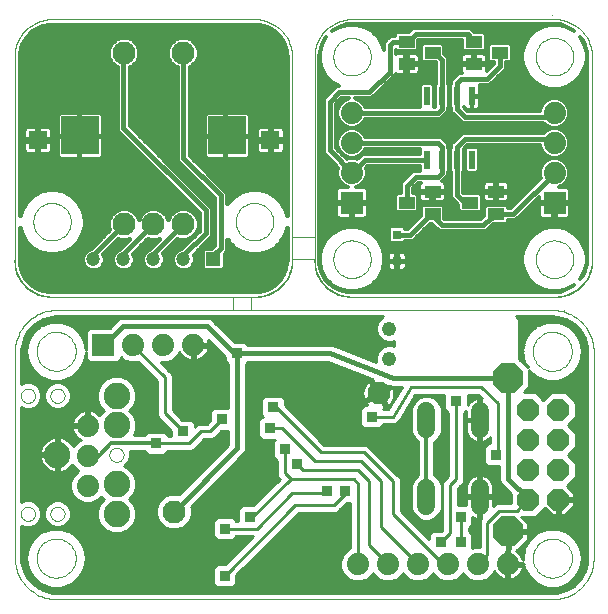
<source format=gbl>
G75*
G70*
%OFA0B0*%
%FSLAX24Y24*%
%IPPOS*%
%LPD*%
%AMOC8*
5,1,8,0,0,1.08239X$1,22.5*
%
%ADD10C,0.0000*%
%ADD11C,0.0000*%
%ADD12C,0.0886*%
%ADD13OC8,0.0740*%
%ADD14C,0.0768*%
%ADD15C,0.0480*%
%ADD16R,0.0740X0.0740*%
%ADD17C,0.0740*%
%ADD18C,0.0591*%
%ADD19OC8,0.1000*%
%ADD20C,0.0120*%
%ADD21R,0.0356X0.0356*%
%ADD22C,0.0100*%
%ADD23C,0.0160*%
%ADD24C,0.0000*%
%ADD25C,0.0768*%
%ADD26R,0.1266X0.1266*%
%ADD27R,0.0472X0.0472*%
%ADD28C,0.0472*%
%ADD29R,0.0600X0.0600*%
%ADD30C,0.0160*%
%ADD31C,0.0000*%
%ADD32R,0.0740X0.0740*%
%ADD33C,0.0740*%
%ADD34R,0.0236X0.0610*%
%ADD35R,0.0551X0.0394*%
%ADD36R,0.0315X0.0315*%
%ADD37C,0.0120*%
%ADD38R,0.0356X0.0356*%
%ADD39C,0.0160*%
D10*
X001489Y001583D02*
X001492Y001583D01*
X018027Y001583D01*
X018030Y001583D01*
X018027Y001583D02*
X018099Y001585D01*
X018171Y001591D01*
X018243Y001600D01*
X018314Y001613D01*
X018384Y001630D01*
X018453Y001650D01*
X018521Y001675D01*
X018587Y001702D01*
X018653Y001733D01*
X018716Y001768D01*
X018778Y001805D01*
X018837Y001846D01*
X018894Y001890D01*
X018949Y001937D01*
X019001Y001987D01*
X019051Y002039D01*
X019098Y002094D01*
X019142Y002151D01*
X019183Y002210D01*
X019220Y002272D01*
X019255Y002335D01*
X019286Y002401D01*
X019313Y002467D01*
X019338Y002535D01*
X019358Y002604D01*
X019375Y002674D01*
X019388Y002745D01*
X019397Y002817D01*
X019403Y002889D01*
X019405Y002961D01*
X019405Y009851D01*
X019403Y009923D01*
X019397Y009995D01*
X019388Y010067D01*
X019375Y010138D01*
X019358Y010208D01*
X019338Y010277D01*
X019313Y010345D01*
X019286Y010411D01*
X019255Y010477D01*
X019220Y010540D01*
X019183Y010602D01*
X019142Y010661D01*
X019098Y010718D01*
X019051Y010773D01*
X019001Y010825D01*
X018949Y010875D01*
X018894Y010922D01*
X018837Y010966D01*
X018778Y011007D01*
X018716Y011044D01*
X018653Y011079D01*
X018587Y011110D01*
X018521Y011137D01*
X018453Y011162D01*
X018384Y011182D01*
X018314Y011199D01*
X018243Y011212D01*
X018171Y011221D01*
X018099Y011227D01*
X018027Y011229D01*
X007988Y011229D01*
X007988Y011672D01*
X008100Y011672D01*
X007397Y011672D02*
X007397Y011229D01*
X001492Y011229D01*
X001489Y011229D01*
X001350Y011672D02*
X007397Y011672D01*
X008100Y011672D02*
X008166Y011670D01*
X008232Y011672D01*
X008298Y011678D01*
X008364Y011687D01*
X008429Y011700D01*
X008494Y011717D01*
X008557Y011737D01*
X008619Y011761D01*
X008679Y011788D01*
X008738Y011819D01*
X008796Y011853D01*
X008851Y011890D01*
X008904Y011930D01*
X008954Y011973D01*
X009003Y012018D01*
X009048Y012067D01*
X009091Y012117D01*
X009131Y012170D01*
X009168Y012225D01*
X009202Y012283D01*
X009233Y012342D01*
X009260Y012402D01*
X009284Y012464D01*
X009304Y012527D01*
X009321Y012592D01*
X009334Y012657D01*
X009343Y012723D01*
X009349Y012789D01*
X009351Y012855D01*
X009349Y012921D01*
X009350Y012922D02*
X010100Y012922D01*
X010100Y013672D02*
X010100Y019672D01*
X009350Y019672D02*
X009350Y013672D01*
X010100Y013672D01*
X010100Y012922D02*
X010102Y012854D01*
X010107Y012787D01*
X010116Y012720D01*
X010129Y012653D01*
X010146Y012588D01*
X010165Y012523D01*
X010189Y012459D01*
X010216Y012397D01*
X010246Y012336D01*
X010279Y012278D01*
X010315Y012221D01*
X010355Y012166D01*
X010397Y012113D01*
X010443Y012062D01*
X010490Y012015D01*
X010541Y011969D01*
X010594Y011927D01*
X010649Y011887D01*
X010706Y011851D01*
X010764Y011818D01*
X010825Y011788D01*
X010887Y011761D01*
X010951Y011737D01*
X011016Y011718D01*
X011081Y011701D01*
X011148Y011688D01*
X011215Y011679D01*
X011282Y011674D01*
X011350Y011672D01*
X018100Y011672D01*
X018421Y011229D02*
X018424Y011229D01*
X018100Y011672D02*
X018166Y011670D01*
X018232Y011672D01*
X018298Y011678D01*
X018364Y011687D01*
X018429Y011700D01*
X018494Y011717D01*
X018557Y011737D01*
X018619Y011761D01*
X018679Y011788D01*
X018738Y011819D01*
X018796Y011853D01*
X018851Y011890D01*
X018904Y011930D01*
X018954Y011973D01*
X019003Y012018D01*
X019048Y012067D01*
X019091Y012117D01*
X019131Y012170D01*
X019168Y012225D01*
X019202Y012283D01*
X019233Y012342D01*
X019260Y012402D01*
X019284Y012464D01*
X019304Y012527D01*
X019321Y012592D01*
X019334Y012657D01*
X019343Y012723D01*
X019349Y012789D01*
X019351Y012855D01*
X019349Y012921D01*
X019350Y012922D02*
X019350Y019672D01*
X019348Y019740D01*
X019343Y019807D01*
X019334Y019874D01*
X019321Y019941D01*
X019304Y020006D01*
X019285Y020071D01*
X019261Y020135D01*
X019234Y020197D01*
X019204Y020258D01*
X019171Y020316D01*
X019135Y020373D01*
X019095Y020428D01*
X019053Y020481D01*
X019007Y020532D01*
X018960Y020579D01*
X018909Y020625D01*
X018856Y020667D01*
X018801Y020707D01*
X018744Y020743D01*
X018686Y020776D01*
X018625Y020806D01*
X018563Y020833D01*
X018499Y020857D01*
X018434Y020876D01*
X018369Y020893D01*
X018302Y020906D01*
X018235Y020915D01*
X018168Y020920D01*
X018100Y020922D01*
X018137Y020922D02*
X011350Y020922D01*
X011282Y020920D01*
X011215Y020915D01*
X011148Y020906D01*
X011081Y020893D01*
X011016Y020876D01*
X010951Y020857D01*
X010887Y020833D01*
X010825Y020806D01*
X010764Y020776D01*
X010706Y020743D01*
X010649Y020707D01*
X010594Y020667D01*
X010541Y020625D01*
X010490Y020579D01*
X010443Y020532D01*
X010397Y020481D01*
X010355Y020428D01*
X010315Y020373D01*
X010279Y020316D01*
X010246Y020258D01*
X010216Y020197D01*
X010189Y020135D01*
X010165Y020071D01*
X010146Y020006D01*
X010129Y019941D01*
X010116Y019874D01*
X010107Y019807D01*
X010102Y019740D01*
X010100Y019672D01*
X009350Y019672D02*
X009348Y019740D01*
X009343Y019807D01*
X009334Y019874D01*
X009321Y019941D01*
X009304Y020006D01*
X009285Y020071D01*
X009261Y020135D01*
X009234Y020197D01*
X009204Y020258D01*
X009171Y020316D01*
X009135Y020373D01*
X009095Y020428D01*
X009053Y020481D01*
X009007Y020532D01*
X008960Y020579D01*
X008909Y020625D01*
X008856Y020667D01*
X008801Y020707D01*
X008744Y020743D01*
X008686Y020776D01*
X008625Y020806D01*
X008563Y020833D01*
X008499Y020857D01*
X008434Y020876D01*
X008369Y020893D01*
X008302Y020906D01*
X008235Y020915D01*
X008168Y020920D01*
X008100Y020922D01*
X001350Y020922D01*
X001282Y020920D01*
X001215Y020915D01*
X001148Y020906D01*
X001081Y020893D01*
X001016Y020876D01*
X000951Y020857D01*
X000887Y020833D01*
X000825Y020806D01*
X000764Y020776D01*
X000706Y020743D01*
X000649Y020707D01*
X000594Y020667D01*
X000541Y020625D01*
X000490Y020579D01*
X000443Y020532D01*
X000397Y020481D01*
X000355Y020428D01*
X000315Y020373D01*
X000279Y020316D01*
X000246Y020258D01*
X000216Y020197D01*
X000189Y020135D01*
X000165Y020071D01*
X000146Y020006D01*
X000129Y019941D01*
X000116Y019874D01*
X000107Y019807D01*
X000102Y019740D01*
X000100Y019672D01*
X000100Y012922D01*
X000102Y012854D01*
X000107Y012787D01*
X000116Y012720D01*
X000129Y012653D01*
X000146Y012588D01*
X000165Y012523D01*
X000189Y012459D01*
X000216Y012397D01*
X000246Y012336D01*
X000279Y012278D01*
X000315Y012221D01*
X000355Y012166D01*
X000397Y012113D01*
X000443Y012062D01*
X000490Y012015D01*
X000541Y011969D01*
X000594Y011927D01*
X000649Y011887D01*
X000706Y011851D01*
X000764Y011818D01*
X000825Y011788D01*
X000887Y011761D01*
X000951Y011737D01*
X001016Y011718D01*
X001081Y011701D01*
X001148Y011688D01*
X001215Y011679D01*
X001282Y011674D01*
X001350Y011672D01*
X001492Y011229D02*
X001420Y011227D01*
X001348Y011221D01*
X001276Y011212D01*
X001205Y011199D01*
X001135Y011182D01*
X001066Y011162D01*
X000998Y011137D01*
X000932Y011110D01*
X000866Y011079D01*
X000803Y011044D01*
X000741Y011007D01*
X000682Y010966D01*
X000625Y010922D01*
X000570Y010875D01*
X000518Y010825D01*
X000468Y010773D01*
X000421Y010718D01*
X000377Y010661D01*
X000336Y010602D01*
X000299Y010540D01*
X000264Y010477D01*
X000233Y010411D01*
X000206Y010345D01*
X000181Y010277D01*
X000161Y010208D01*
X000144Y010138D01*
X000131Y010067D01*
X000122Y009995D01*
X000116Y009923D01*
X000114Y009851D01*
X000114Y009854D01*
X000114Y009851D02*
X000114Y003001D01*
X000114Y002958D01*
X000113Y003001D02*
X000114Y002928D01*
X000119Y002854D01*
X000127Y002782D01*
X000140Y002710D01*
X000156Y002638D01*
X000175Y002568D01*
X000199Y002498D01*
X000226Y002430D01*
X000257Y002364D01*
X000291Y002299D01*
X000328Y002236D01*
X000369Y002175D01*
X000412Y002117D01*
X000459Y002060D01*
X000509Y002006D01*
X000561Y001955D01*
X000616Y001907D01*
X000673Y001862D01*
X000733Y001819D01*
X000795Y001780D01*
X000859Y001744D01*
X000924Y001712D01*
X000992Y001683D01*
X001060Y001658D01*
X001130Y001636D01*
X001201Y001618D01*
X001273Y001603D01*
X001345Y001593D01*
X001418Y001586D01*
X001491Y001583D01*
X018027Y021072D02*
X018030Y021072D01*
D11*
X1489Y1583D02*
X1492Y1583D01*
X18027Y1583D01*
X18030Y1583D01*
X17380Y2958D02*
X17382Y3008D01*
X17388Y3058D01*
X17398Y3108D01*
X17411Y3156D01*
X17428Y3204D01*
X17449Y3250D01*
X17473Y3294D01*
X17501Y3336D01*
X17532Y3376D01*
X17566Y3413D01*
X17603Y3448D01*
X17642Y3479D01*
X17683Y3508D01*
X17727Y3533D01*
X17773Y3555D01*
X17820Y3573D01*
X17868Y3587D01*
X17917Y3598D01*
X17967Y3605D01*
X18017Y3608D01*
X18068Y3607D01*
X18118Y3602D01*
X18168Y3593D01*
X18216Y3581D01*
X18264Y3564D01*
X18310Y3544D01*
X18355Y3521D01*
X18398Y3494D01*
X18438Y3464D01*
X18476Y3431D01*
X18511Y3395D01*
X18544Y3356D01*
X18573Y3315D01*
X18599Y3272D01*
X18622Y3227D01*
X18641Y3180D01*
X18656Y3132D01*
X18668Y3083D01*
X18676Y3033D01*
X18680Y2983D01*
X18680Y2933D01*
X18676Y2883D01*
X18668Y2833D01*
X18656Y2784D01*
X18641Y2736D01*
X18622Y2689D01*
X18599Y2644D01*
X18573Y2601D01*
X18544Y2560D01*
X18511Y2521D01*
X18476Y2485D01*
X18438Y2452D01*
X18398Y2422D01*
X18355Y2395D01*
X18310Y2372D01*
X18264Y2352D01*
X18216Y2335D01*
X18168Y2323D01*
X18118Y2314D01*
X18068Y2309D01*
X18017Y2308D01*
X17967Y2311D01*
X17917Y2318D01*
X17868Y2329D01*
X17820Y2343D01*
X17773Y2361D01*
X17727Y2383D01*
X17683Y2408D01*
X17642Y2437D01*
X17603Y2468D01*
X17566Y2503D01*
X17532Y2540D01*
X17501Y2580D01*
X17473Y2622D01*
X17449Y2666D01*
X17428Y2712D01*
X17411Y2760D01*
X17398Y2808D01*
X17388Y2858D01*
X17382Y2908D01*
X17380Y2958D01*
X18027Y1583D02*
X18099Y1585D01*
X18171Y1591D01*
X18243Y1600D01*
X18314Y1613D01*
X18384Y1630D01*
X18453Y1650D01*
X18521Y1675D01*
X18587Y1702D01*
X18653Y1733D01*
X18716Y1768D01*
X18778Y1805D01*
X18837Y1846D01*
X18894Y1890D01*
X18949Y1937D01*
X19001Y1987D01*
X19051Y2039D01*
X19098Y2094D01*
X19142Y2151D01*
X19183Y2210D01*
X19220Y2272D01*
X19255Y2335D01*
X19286Y2401D01*
X19313Y2467D01*
X19338Y2535D01*
X19358Y2604D01*
X19375Y2674D01*
X19388Y2745D01*
X19397Y2817D01*
X19403Y2889D01*
X19405Y2961D01*
X19405Y9851D01*
X17377Y9851D02*
X17379Y9901D01*
X17385Y9951D01*
X17395Y10001D01*
X17408Y10049D01*
X17425Y10097D01*
X17446Y10143D01*
X17470Y10187D01*
X17498Y10229D01*
X17529Y10269D01*
X17563Y10306D01*
X17600Y10341D01*
X17639Y10372D01*
X17680Y10401D01*
X17724Y10426D01*
X17770Y10448D01*
X17817Y10466D01*
X17865Y10480D01*
X17914Y10491D01*
X17964Y10498D01*
X18014Y10501D01*
X18065Y10500D01*
X18115Y10495D01*
X18165Y10486D01*
X18213Y10474D01*
X18261Y10457D01*
X18307Y10437D01*
X18352Y10414D01*
X18395Y10387D01*
X18435Y10357D01*
X18473Y10324D01*
X18508Y10288D01*
X18541Y10249D01*
X18570Y10208D01*
X18596Y10165D01*
X18619Y10120D01*
X18638Y10073D01*
X18653Y10025D01*
X18665Y9976D01*
X18673Y9926D01*
X18677Y9876D01*
X18677Y9826D01*
X18673Y9776D01*
X18665Y9726D01*
X18653Y9677D01*
X18638Y9629D01*
X18619Y9582D01*
X18596Y9537D01*
X18570Y9494D01*
X18541Y9453D01*
X18508Y9414D01*
X18473Y9378D01*
X18435Y9345D01*
X18395Y9315D01*
X18352Y9288D01*
X18307Y9265D01*
X18261Y9245D01*
X18213Y9228D01*
X18165Y9216D01*
X18115Y9207D01*
X18065Y9202D01*
X18014Y9201D01*
X17964Y9204D01*
X17914Y9211D01*
X17865Y9222D01*
X17817Y9236D01*
X17770Y9254D01*
X17724Y9276D01*
X17680Y9301D01*
X17639Y9330D01*
X17600Y9361D01*
X17563Y9396D01*
X17529Y9433D01*
X17498Y9473D01*
X17470Y9515D01*
X17446Y9559D01*
X17425Y9605D01*
X17408Y9653D01*
X17395Y9701D01*
X17385Y9751D01*
X17379Y9801D01*
X17377Y9851D01*
X18027Y11229D02*
X18099Y11227D01*
X18171Y11221D01*
X18243Y11212D01*
X18314Y11199D01*
X18384Y11182D01*
X18453Y11162D01*
X18521Y11137D01*
X18587Y11110D01*
X18653Y11079D01*
X18716Y11044D01*
X18778Y11007D01*
X18837Y10966D01*
X18894Y10922D01*
X18949Y10875D01*
X19001Y10825D01*
X19051Y10773D01*
X19098Y10718D01*
X19142Y10661D01*
X19183Y10602D01*
X19220Y10540D01*
X19255Y10477D01*
X19286Y10411D01*
X19313Y10345D01*
X19338Y10277D01*
X19358Y10208D01*
X19375Y10138D01*
X19388Y10067D01*
X19397Y9995D01*
X19403Y9923D01*
X19405Y9851D01*
X18027Y11229D02*
X1492Y11229D01*
X839Y9854D02*
X841Y9904D01*
X847Y9954D01*
X857Y10004D01*
X870Y10052D01*
X887Y10100D01*
X908Y10146D01*
X932Y10190D01*
X960Y10232D01*
X991Y10272D01*
X1025Y10309D01*
X1062Y10344D01*
X1101Y10375D01*
X1142Y10404D01*
X1186Y10429D01*
X1232Y10451D01*
X1279Y10469D01*
X1327Y10483D01*
X1376Y10494D01*
X1426Y10501D01*
X1476Y10504D01*
X1527Y10503D01*
X1577Y10498D01*
X1627Y10489D01*
X1675Y10477D01*
X1723Y10460D01*
X1769Y10440D01*
X1814Y10417D01*
X1857Y10390D01*
X1897Y10360D01*
X1935Y10327D01*
X1970Y10291D01*
X2003Y10252D01*
X2032Y10211D01*
X2058Y10168D01*
X2081Y10123D01*
X2100Y10076D01*
X2115Y10028D01*
X2127Y9979D01*
X2135Y9929D01*
X2139Y9879D01*
X2139Y9829D01*
X2135Y9779D01*
X2127Y9729D01*
X2115Y9680D01*
X2100Y9632D01*
X2081Y9585D01*
X2058Y9540D01*
X2032Y9497D01*
X2003Y9456D01*
X1970Y9417D01*
X1935Y9381D01*
X1897Y9348D01*
X1857Y9318D01*
X1814Y9291D01*
X1769Y9268D01*
X1723Y9248D01*
X1675Y9231D01*
X1627Y9219D01*
X1577Y9210D01*
X1527Y9205D01*
X1476Y9204D01*
X1426Y9207D01*
X1376Y9214D01*
X1327Y9225D01*
X1279Y9239D01*
X1232Y9257D01*
X1186Y9279D01*
X1142Y9304D01*
X1101Y9333D01*
X1062Y9364D01*
X1025Y9399D01*
X991Y9436D01*
X960Y9476D01*
X932Y9518D01*
X908Y9562D01*
X887Y9608D01*
X870Y9656D01*
X857Y9704D01*
X847Y9754D01*
X841Y9804D01*
X839Y9854D01*
X114Y9851D02*
X116Y9923D01*
X122Y9995D01*
X131Y10067D01*
X144Y10138D01*
X161Y10208D01*
X181Y10277D01*
X206Y10345D01*
X233Y10411D01*
X264Y10477D01*
X299Y10540D01*
X336Y10602D01*
X377Y10661D01*
X421Y10718D01*
X468Y10773D01*
X518Y10825D01*
X570Y10875D01*
X625Y10922D01*
X682Y10966D01*
X741Y11007D01*
X803Y11044D01*
X866Y11079D01*
X932Y11110D01*
X998Y11137D01*
X1066Y11162D01*
X1135Y11182D01*
X1205Y11199D01*
X1276Y11212D01*
X1348Y11221D01*
X1420Y11227D01*
X1492Y11229D01*
X114Y9854D02*
X114Y9851D01*
X114Y3001D01*
X114Y2958D01*
X839Y2958D02*
X841Y3008D01*
X847Y3058D01*
X857Y3108D01*
X870Y3156D01*
X887Y3204D01*
X908Y3250D01*
X932Y3294D01*
X960Y3336D01*
X991Y3376D01*
X1025Y3413D01*
X1062Y3448D01*
X1101Y3479D01*
X1142Y3508D01*
X1186Y3533D01*
X1232Y3555D01*
X1279Y3573D01*
X1327Y3587D01*
X1376Y3598D01*
X1426Y3605D01*
X1476Y3608D01*
X1527Y3607D01*
X1577Y3602D01*
X1627Y3593D01*
X1675Y3581D01*
X1723Y3564D01*
X1769Y3544D01*
X1814Y3521D01*
X1857Y3494D01*
X1897Y3464D01*
X1935Y3431D01*
X1970Y3395D01*
X2003Y3356D01*
X2032Y3315D01*
X2058Y3272D01*
X2081Y3227D01*
X2100Y3180D01*
X2115Y3132D01*
X2127Y3083D01*
X2135Y3033D01*
X2139Y2983D01*
X2139Y2933D01*
X2135Y2883D01*
X2127Y2833D01*
X2115Y2784D01*
X2100Y2736D01*
X2081Y2689D01*
X2058Y2644D01*
X2032Y2601D01*
X2003Y2560D01*
X1970Y2521D01*
X1935Y2485D01*
X1897Y2452D01*
X1857Y2422D01*
X1814Y2395D01*
X1769Y2372D01*
X1723Y2352D01*
X1675Y2335D01*
X1627Y2323D01*
X1577Y2314D01*
X1527Y2309D01*
X1476Y2308D01*
X1426Y2311D01*
X1376Y2318D01*
X1327Y2329D01*
X1279Y2343D01*
X1232Y2361D01*
X1186Y2383D01*
X1142Y2408D01*
X1101Y2437D01*
X1062Y2468D01*
X1025Y2503D01*
X991Y2540D01*
X960Y2580D01*
X932Y2622D01*
X908Y2666D01*
X887Y2712D01*
X870Y2760D01*
X857Y2808D01*
X847Y2858D01*
X841Y2908D01*
X839Y2958D01*
X113Y3001D02*
X114Y2928D01*
X119Y2854D01*
X127Y2782D01*
X140Y2710D01*
X156Y2638D01*
X175Y2568D01*
X199Y2498D01*
X226Y2430D01*
X257Y2364D01*
X291Y2299D01*
X328Y2236D01*
X369Y2175D01*
X412Y2117D01*
X459Y2060D01*
X509Y2006D01*
X561Y1955D01*
X616Y1907D01*
X673Y1862D01*
X733Y1819D01*
X795Y1780D01*
X859Y1744D01*
X924Y1712D01*
X992Y1683D01*
X1060Y1658D01*
X1130Y1636D01*
X1201Y1618D01*
X1273Y1603D01*
X1345Y1593D01*
X1418Y1586D01*
X1491Y1583D01*
X1295Y4434D02*
X1297Y4464D01*
X1303Y4494D01*
X1312Y4523D01*
X1325Y4550D01*
X1342Y4575D01*
X1361Y4598D01*
X1384Y4619D01*
X1409Y4636D01*
X1435Y4650D01*
X1464Y4660D01*
X1493Y4667D01*
X1523Y4670D01*
X1554Y4669D01*
X1584Y4664D01*
X1613Y4655D01*
X1640Y4643D01*
X1666Y4628D01*
X1690Y4609D01*
X1711Y4587D01*
X1729Y4563D01*
X1744Y4536D01*
X1755Y4508D01*
X1763Y4479D01*
X1767Y4449D01*
X1767Y4419D01*
X1763Y4389D01*
X1755Y4360D01*
X1744Y4332D01*
X1729Y4305D01*
X1711Y4281D01*
X1690Y4259D01*
X1666Y4240D01*
X1640Y4225D01*
X1613Y4213D01*
X1584Y4204D01*
X1554Y4199D01*
X1523Y4198D01*
X1493Y4201D01*
X1464Y4208D01*
X1435Y4218D01*
X1409Y4232D01*
X1384Y4249D01*
X1361Y4270D01*
X1342Y4293D01*
X1325Y4318D01*
X1312Y4345D01*
X1303Y4374D01*
X1297Y4404D01*
X1295Y4434D01*
X311Y4434D02*
X313Y4464D01*
X319Y4494D01*
X328Y4523D01*
X341Y4550D01*
X358Y4575D01*
X377Y4598D01*
X400Y4619D01*
X425Y4636D01*
X451Y4650D01*
X480Y4660D01*
X509Y4667D01*
X539Y4670D01*
X570Y4669D01*
X600Y4664D01*
X629Y4655D01*
X656Y4643D01*
X682Y4628D01*
X706Y4609D01*
X727Y4587D01*
X745Y4563D01*
X760Y4536D01*
X771Y4508D01*
X779Y4479D01*
X783Y4449D01*
X783Y4419D01*
X779Y4389D01*
X771Y4360D01*
X760Y4332D01*
X745Y4305D01*
X727Y4281D01*
X706Y4259D01*
X682Y4240D01*
X656Y4225D01*
X629Y4213D01*
X600Y4204D01*
X570Y4199D01*
X539Y4198D01*
X509Y4201D01*
X480Y4208D01*
X451Y4218D01*
X425Y4232D01*
X400Y4249D01*
X377Y4270D01*
X358Y4293D01*
X341Y4318D01*
X328Y4345D01*
X319Y4374D01*
X313Y4404D01*
X311Y4434D01*
X3264Y6402D02*
X3266Y6432D01*
X3272Y6462D01*
X3281Y6491D01*
X3294Y6518D01*
X3311Y6543D01*
X3330Y6566D01*
X3353Y6587D01*
X3378Y6604D01*
X3404Y6618D01*
X3433Y6628D01*
X3462Y6635D01*
X3492Y6638D01*
X3523Y6637D01*
X3553Y6632D01*
X3582Y6623D01*
X3609Y6611D01*
X3635Y6596D01*
X3659Y6577D01*
X3680Y6555D01*
X3698Y6531D01*
X3713Y6504D01*
X3724Y6476D01*
X3732Y6447D01*
X3736Y6417D01*
X3736Y6387D01*
X3732Y6357D01*
X3724Y6328D01*
X3713Y6300D01*
X3698Y6273D01*
X3680Y6249D01*
X3659Y6227D01*
X3635Y6208D01*
X3609Y6193D01*
X3582Y6181D01*
X3553Y6172D01*
X3523Y6167D01*
X3492Y6166D01*
X3462Y6169D01*
X3433Y6176D01*
X3404Y6186D01*
X3378Y6200D01*
X3353Y6217D01*
X3330Y6238D01*
X3311Y6261D01*
X3294Y6286D01*
X3281Y6313D01*
X3272Y6342D01*
X3266Y6372D01*
X3264Y6402D01*
X1295Y8371D02*
X1297Y8401D01*
X1303Y8431D01*
X1312Y8460D01*
X1325Y8487D01*
X1342Y8512D01*
X1361Y8535D01*
X1384Y8556D01*
X1409Y8573D01*
X1435Y8587D01*
X1464Y8597D01*
X1493Y8604D01*
X1523Y8607D01*
X1554Y8606D01*
X1584Y8601D01*
X1613Y8592D01*
X1640Y8580D01*
X1666Y8565D01*
X1690Y8546D01*
X1711Y8524D01*
X1729Y8500D01*
X1744Y8473D01*
X1755Y8445D01*
X1763Y8416D01*
X1767Y8386D01*
X1767Y8356D01*
X1763Y8326D01*
X1755Y8297D01*
X1744Y8269D01*
X1729Y8242D01*
X1711Y8218D01*
X1690Y8196D01*
X1666Y8177D01*
X1640Y8162D01*
X1613Y8150D01*
X1584Y8141D01*
X1554Y8136D01*
X1523Y8135D01*
X1493Y8138D01*
X1464Y8145D01*
X1435Y8155D01*
X1409Y8169D01*
X1384Y8186D01*
X1361Y8207D01*
X1342Y8230D01*
X1325Y8255D01*
X1312Y8282D01*
X1303Y8311D01*
X1297Y8341D01*
X1295Y8371D01*
X311Y8371D02*
X313Y8401D01*
X319Y8431D01*
X328Y8460D01*
X341Y8487D01*
X358Y8512D01*
X377Y8535D01*
X400Y8556D01*
X425Y8573D01*
X451Y8587D01*
X480Y8597D01*
X509Y8604D01*
X539Y8607D01*
X570Y8606D01*
X600Y8601D01*
X629Y8592D01*
X656Y8580D01*
X682Y8565D01*
X706Y8546D01*
X727Y8524D01*
X745Y8500D01*
X760Y8473D01*
X771Y8445D01*
X779Y8416D01*
X783Y8386D01*
X783Y8356D01*
X779Y8326D01*
X771Y8297D01*
X760Y8269D01*
X745Y8242D01*
X727Y8218D01*
X706Y8196D01*
X682Y8177D01*
X656Y8162D01*
X629Y8150D01*
X600Y8141D01*
X570Y8136D01*
X539Y8135D01*
X509Y8138D01*
X480Y8145D01*
X451Y8155D01*
X425Y8169D01*
X400Y8186D01*
X377Y8207D01*
X358Y8230D01*
X341Y8255D01*
X328Y8282D01*
X319Y8311D01*
X313Y8341D01*
X311Y8371D01*
D12*
X3500Y8371D03*
X3500Y7386D03*
X1531Y6402D03*
X3500Y5418D03*
X3500Y4434D03*
D13*
X17228Y4899D03*
X18228Y4899D03*
X18228Y5899D03*
X17228Y5899D03*
X17228Y6899D03*
X18228Y6899D03*
X18228Y7899D03*
X17228Y7899D03*
D14*
X12233Y8449D03*
X5414Y4512D03*
D15*
X12592Y9612D03*
X12592Y10612D03*
D16*
X3058Y10062D03*
D17*
X4058Y10062D03*
X5058Y10062D03*
X6058Y10062D03*
X2534Y7373D03*
X2534Y6373D03*
X2534Y5373D03*
X11545Y2759D03*
X12545Y2759D03*
X13545Y2759D03*
X14545Y2759D03*
X15545Y2759D03*
X16545Y2759D03*
D18*
X15600Y4708D02*
X15600Y5299D01*
X13828Y5299D02*
X13828Y4708D01*
X13828Y7267D02*
X13828Y7858D01*
X15600Y7858D02*
X15600Y7267D01*
D19*
X16551Y8965D03*
X16551Y3847D03*
D20*
X15614Y4989D02*
X15600Y5004D01*
X13828Y5004D02*
X13828Y7563D01*
X4814Y6783D02*
X3314Y6783D01*
X2904Y6373D01*
X2534Y6373D01*
D21*
X4814Y6783D03*
X5714Y7183D03*
X6564Y6783D03*
X7014Y7583D03*
X8614Y7283D03*
X9114Y6583D03*
X9514Y6083D03*
X10514Y5183D03*
X11114Y5183D03*
X12651Y6289D03*
X12309Y7086D03*
X12007Y7677D03*
X10964Y7933D03*
X9514Y7983D03*
X8714Y7983D03*
X7517Y9780D03*
X9514Y10633D03*
X12114Y10078D03*
X14814Y8183D03*
X14414Y6833D03*
X15598Y6418D03*
X16136Y6407D03*
X14214Y5883D03*
X16484Y4941D03*
X17370Y4154D03*
X15500Y3465D03*
X14968Y3485D03*
X14320Y3483D03*
X14976Y4339D03*
X11137Y3453D03*
X8468Y3112D03*
X7102Y2371D03*
X7102Y3945D03*
X7941Y4339D03*
X7939Y4880D03*
X6614Y4733D03*
X2301Y4396D03*
X1014Y4883D03*
X1014Y7883D03*
X17370Y8682D03*
D22*
X1041Y1890D02*
X775Y2049D01*
X559Y2271D01*
X408Y2542D01*
X332Y2842D01*
X324Y2997D01*
X324Y2999D01*
X325Y3085D01*
X324Y3086D01*
X324Y4043D01*
X458Y3987D01*
X636Y3987D01*
X800Y4055D01*
X925Y4181D01*
X993Y4345D01*
X993Y4522D01*
X925Y4686D01*
X800Y4812D01*
X636Y4880D01*
X458Y4880D01*
X324Y4824D01*
X324Y7980D01*
X458Y7924D01*
X636Y7924D01*
X800Y7992D01*
X925Y8118D01*
X993Y8282D01*
X993Y8459D01*
X925Y8623D01*
X800Y8749D01*
X636Y8817D01*
X458Y8817D01*
X324Y8761D01*
X324Y9851D01*
X334Y10003D01*
X413Y10298D01*
X565Y10562D01*
X781Y10778D01*
X1045Y10930D01*
X1339Y11009D01*
X1492Y11019D01*
X12399Y11019D01*
X12337Y10993D01*
X12211Y10867D01*
X12142Y10701D01*
X12142Y10522D01*
X12211Y10357D01*
X12337Y10230D01*
X12503Y10162D01*
X12682Y10162D01*
X12757Y10193D01*
X12757Y10031D01*
X12682Y10062D01*
X12503Y10062D01*
X12337Y9993D01*
X12211Y9867D01*
X12142Y9701D01*
X12142Y9522D01*
X12154Y9493D01*
X10710Y10049D01*
X10660Y10070D01*
X10656Y10070D01*
X10652Y10071D01*
X10598Y10070D01*
X7880Y10070D01*
X7782Y10168D01*
X7439Y10168D01*
X6762Y10845D01*
X6761Y10847D01*
X6680Y10929D01*
X6573Y10973D01*
X3774Y10973D01*
X3774Y10973D01*
X3717Y10973D01*
X3659Y10973D01*
X3658Y10973D01*
X3606Y10951D01*
X3553Y10929D01*
X3552Y10929D01*
X3512Y10888D01*
X3471Y10847D01*
X3267Y10642D01*
X2601Y10642D01*
X2478Y10519D01*
X2478Y9884D01*
X2424Y10194D01*
X2424Y10194D01*
X2251Y10494D01*
X1986Y10716D01*
X1661Y10834D01*
X1316Y10834D01*
X991Y10716D01*
X991Y10716D01*
X726Y10494D01*
X553Y10194D01*
X493Y9854D01*
X553Y9514D01*
X553Y9514D01*
X726Y9214D01*
X991Y8992D01*
X1316Y8874D01*
X1661Y8874D01*
X1986Y8992D01*
X1986Y8992D01*
X2251Y9214D01*
X2251Y9214D01*
X2251Y9214D01*
X2424Y9514D01*
X2478Y9825D01*
X2478Y9605D01*
X2601Y9482D01*
X3515Y9482D01*
X3638Y9605D01*
X3638Y9662D01*
X3730Y9571D01*
X3943Y9482D01*
X4174Y9482D01*
X4225Y9504D01*
X4854Y8875D01*
X4854Y7731D01*
X4893Y7636D01*
X5326Y7204D01*
X5326Y7043D01*
X5202Y7043D01*
X5202Y7048D01*
X5079Y7171D01*
X4549Y7171D01*
X4431Y7053D01*
X4068Y7053D01*
X4152Y7256D01*
X4152Y7516D01*
X4053Y7756D01*
X3931Y7878D01*
X4053Y8001D01*
X4152Y8241D01*
X4152Y8500D01*
X4053Y8740D01*
X3869Y8924D01*
X3629Y9024D01*
X3370Y9024D01*
X3130Y8924D01*
X2946Y8740D01*
X2847Y8500D01*
X2847Y8241D01*
X2946Y8001D01*
X3068Y7878D01*
X2946Y7756D01*
X2928Y7714D01*
X2872Y7770D01*
X2806Y7818D01*
X2733Y7855D01*
X2655Y7880D01*
X2584Y7892D01*
X2584Y7423D01*
X2484Y7423D01*
X2484Y7892D01*
X2412Y7880D01*
X2334Y7855D01*
X2261Y7818D01*
X2195Y7770D01*
X2137Y7712D01*
X2089Y7646D01*
X2052Y7573D01*
X2027Y7495D01*
X2015Y7423D01*
X2484Y7423D01*
X2484Y7323D01*
X2015Y7323D01*
X2027Y7251D01*
X2052Y7174D01*
X2089Y7101D01*
X2137Y7034D01*
X2195Y6977D01*
X2261Y6928D01*
X2305Y6906D01*
X2205Y6865D01*
X2043Y6703D01*
X2038Y6713D01*
X1983Y6788D01*
X1917Y6854D01*
X1842Y6909D01*
X1759Y6952D01*
X1670Y6980D01*
X1581Y6994D01*
X1581Y6452D01*
X1481Y6452D01*
X1481Y6352D01*
X1581Y6352D01*
X1581Y5810D01*
X1670Y5824D01*
X1759Y5853D01*
X1842Y5895D01*
X1917Y5950D01*
X1983Y6016D01*
X2071Y6016D01*
X2042Y6045D02*
X2205Y5881D01*
X2225Y5873D01*
X2205Y5865D01*
X2042Y5702D01*
X1954Y5489D01*
X1954Y5258D01*
X2042Y5045D01*
X2205Y4881D01*
X2418Y4793D01*
X2649Y4793D01*
X2862Y4881D01*
X2987Y5007D01*
X3068Y4926D01*
X2946Y4803D01*
X2847Y4563D01*
X2847Y4304D01*
X2946Y4064D01*
X3130Y3880D01*
X3370Y3781D01*
X3629Y3781D01*
X3869Y3880D01*
X4053Y4064D01*
X4152Y4304D01*
X4152Y4563D01*
X4053Y4803D01*
X3931Y4926D01*
X4053Y5048D01*
X4152Y5288D01*
X4152Y5548D01*
X4053Y5788D01*
X3869Y5971D01*
X3748Y6022D01*
X3752Y6024D01*
X3878Y6149D01*
X3946Y6313D01*
X3946Y6491D01*
X3937Y6513D01*
X4431Y6513D01*
X4549Y6395D01*
X5079Y6395D01*
X5202Y6518D01*
X5202Y6523D01*
X5965Y6523D01*
X6061Y6563D01*
X6134Y6636D01*
X6421Y6923D01*
X6665Y6923D01*
X6761Y6963D01*
X6834Y7036D01*
X6993Y7195D01*
X7227Y7195D01*
X7227Y6735D01*
X5578Y5086D01*
X5532Y5105D01*
X5295Y5105D01*
X5077Y5015D01*
X4910Y4848D01*
X4820Y4630D01*
X4820Y4393D01*
X4910Y4175D01*
X5077Y4008D01*
X5295Y3918D01*
X5532Y3918D01*
X5750Y4008D01*
X5917Y4175D01*
X6007Y4393D01*
X6007Y4630D01*
X5988Y4676D01*
X7763Y6451D01*
X7807Y6557D01*
X7807Y9417D01*
X7880Y9490D01*
X10548Y9490D01*
X12016Y8925D01*
X12251Y8517D01*
X12580Y8707D01*
X12609Y8696D01*
X12659Y8675D01*
X12663Y8675D01*
X12666Y8674D01*
X12720Y8675D01*
X13002Y8675D01*
X12557Y7937D01*
X12396Y7937D01*
X12396Y7940D01*
X12438Y7954D01*
X12455Y7963D01*
X12214Y8380D01*
X11797Y8139D01*
X11825Y8101D01*
X11861Y8065D01*
X11742Y8065D01*
X11619Y7942D01*
X11619Y7412D01*
X11742Y7289D01*
X12273Y7289D01*
X12396Y7412D01*
X12396Y7417D01*
X12684Y7417D01*
X12716Y7412D01*
X12735Y7417D01*
X12755Y7417D01*
X12785Y7429D01*
X12816Y7437D01*
X12832Y7449D01*
X12851Y7456D01*
X12874Y7479D01*
X12899Y7498D01*
X12910Y7515D01*
X12924Y7530D01*
X12936Y7559D01*
X13449Y8410D01*
X14426Y8410D01*
X14426Y7918D01*
X14549Y7795D01*
X14554Y7795D01*
X14554Y5691D01*
X14393Y5530D01*
X14354Y5435D01*
X14354Y3887D01*
X14338Y3871D01*
X14055Y3871D01*
X13932Y3748D01*
X13932Y3585D01*
X12972Y4545D01*
X12972Y5572D01*
X12933Y5667D01*
X12859Y5741D01*
X11896Y6704D01*
X11801Y6743D01*
X10421Y6743D01*
X9102Y8063D01*
X9102Y8248D01*
X8979Y8371D01*
X8449Y8371D01*
X8326Y8248D01*
X8326Y7718D01*
X8372Y7671D01*
X8349Y7671D01*
X8226Y7548D01*
X8226Y7018D01*
X8349Y6895D01*
X8772Y6895D01*
X8726Y6848D01*
X8726Y6318D01*
X8849Y6195D01*
X8854Y6195D01*
X8854Y5731D01*
X8893Y5636D01*
X8942Y5587D01*
X8048Y4727D01*
X7676Y4727D01*
X7553Y4604D01*
X7553Y4205D01*
X7490Y4205D01*
X7490Y4210D01*
X7367Y4334D01*
X6837Y4334D01*
X6714Y4210D01*
X6714Y3680D01*
X6837Y3557D01*
X7367Y3557D01*
X7490Y3680D01*
X7490Y3685D01*
X8049Y3685D01*
X7122Y2759D01*
X6837Y2759D01*
X6714Y2636D01*
X6714Y2105D01*
X6837Y1982D01*
X7367Y1982D01*
X7490Y2105D01*
X7490Y2391D01*
X9572Y4473D01*
X10795Y4473D01*
X10891Y4512D01*
X10964Y4586D01*
X11174Y4795D01*
X11293Y4795D01*
X11293Y3283D01*
X11217Y3251D01*
X11054Y3088D01*
X10965Y2875D01*
X10965Y2644D01*
X11054Y2431D01*
X11217Y2268D01*
X11430Y2179D01*
X11661Y2179D01*
X11874Y2268D01*
X12037Y2431D01*
X12045Y2451D01*
X12054Y2431D01*
X12217Y2268D01*
X12430Y2179D01*
X12661Y2179D01*
X12874Y2268D01*
X13037Y2431D01*
X13045Y2451D01*
X13054Y2431D01*
X13217Y2268D01*
X13430Y2179D01*
X13661Y2179D01*
X13874Y2268D01*
X14037Y2431D01*
X14045Y2451D01*
X14054Y2431D01*
X14217Y2268D01*
X14430Y2179D01*
X14661Y2179D01*
X14874Y2268D01*
X15037Y2431D01*
X15045Y2451D01*
X15054Y2431D01*
X15217Y2268D01*
X15430Y2179D01*
X15661Y2179D01*
X15874Y2268D01*
X16037Y2431D01*
X16078Y2530D01*
X16101Y2487D01*
X16149Y2420D01*
X16207Y2363D01*
X16273Y2315D01*
X16346Y2277D01*
X16424Y2252D01*
X16495Y2241D01*
X16495Y2709D01*
X16595Y2709D01*
X16595Y2241D01*
X16667Y2252D01*
X16745Y2277D01*
X16818Y2315D01*
X16884Y2363D01*
X16942Y2420D01*
X16990Y2487D01*
X17027Y2560D01*
X17053Y2637D01*
X17064Y2709D01*
X16595Y2709D01*
X16595Y2809D01*
X16495Y2809D01*
X16495Y3197D01*
X16501Y3197D01*
X16501Y3797D01*
X16601Y3797D01*
X16601Y3897D01*
X17201Y3897D01*
X17201Y4116D01*
X16998Y4319D01*
X17468Y4319D01*
X17770Y4622D01*
X18013Y4379D01*
X18178Y4379D01*
X18178Y4849D01*
X18278Y4849D01*
X18278Y4379D01*
X18443Y4379D01*
X18748Y4684D01*
X18748Y4849D01*
X18278Y4849D01*
X18278Y4949D01*
X18748Y4949D01*
X18748Y5115D01*
X18506Y5357D01*
X18808Y5659D01*
X18808Y6140D01*
X18548Y6399D01*
X18808Y6659D01*
X18808Y7140D01*
X18548Y7399D01*
X18808Y7659D01*
X18808Y8140D01*
X18468Y8479D01*
X17988Y8479D01*
X17728Y8220D01*
X17468Y8479D01*
X17069Y8479D01*
X17261Y8671D01*
X17261Y9218D01*
X17265Y9211D01*
X17530Y8989D01*
X17854Y8871D01*
X18200Y8871D01*
X18525Y8989D01*
X18789Y9211D01*
X18789Y9211D01*
X18789Y9211D01*
X18962Y9511D01*
X19022Y9851D01*
X18962Y10191D01*
X18789Y10491D01*
X18525Y10713D01*
X18525Y10713D01*
X18200Y10831D01*
X17854Y10831D01*
X17530Y10713D01*
X17530Y10713D01*
X17265Y10491D01*
X17265Y10491D01*
X17265Y10491D01*
X17092Y10191D01*
X17032Y9851D01*
X17032Y9851D01*
X17092Y9511D01*
X17092Y9511D01*
X17205Y9315D01*
X16927Y9593D01*
X16927Y10917D01*
X16825Y11019D01*
X18027Y11019D01*
X18180Y11009D01*
X18474Y10930D01*
X18738Y10778D01*
X18954Y10562D01*
X19106Y10298D01*
X19185Y10003D01*
X19195Y9851D01*
X19195Y2961D01*
X19185Y2809D01*
X19106Y2514D01*
X18954Y2250D01*
X18738Y2035D01*
X18474Y1882D01*
X18180Y1803D01*
X18027Y1793D01*
X1494Y1793D01*
X1340Y1806D01*
X1041Y1890D01*
X1081Y1879D02*
X18461Y1879D01*
X18639Y1977D02*
X895Y1977D01*
X991Y2096D02*
X991Y2096D01*
X1316Y1978D01*
X1439Y1978D01*
X1661Y1978D01*
X1986Y2096D01*
X1986Y2096D01*
X2251Y2318D01*
X2251Y2318D01*
X2424Y2618D01*
X2484Y2958D01*
X2424Y3298D01*
X2424Y3298D01*
X2251Y3598D01*
X1986Y3820D01*
X1661Y3938D01*
X1316Y3938D01*
X991Y3820D01*
X991Y3820D01*
X726Y3598D01*
X726Y3598D01*
X726Y3598D01*
X553Y3298D01*
X493Y2958D01*
X553Y2618D01*
X553Y2618D01*
X726Y2318D01*
X991Y2096D01*
X1047Y2076D02*
X749Y2076D01*
X653Y2174D02*
X898Y2174D01*
X781Y2273D02*
X558Y2273D01*
X503Y2371D02*
X696Y2371D01*
X726Y2318D02*
X726Y2318D01*
X639Y2470D02*
X448Y2470D01*
X401Y2568D02*
X582Y2568D01*
X545Y2667D02*
X376Y2667D01*
X351Y2765D02*
X527Y2765D01*
X510Y2864D02*
X331Y2864D01*
X326Y2962D02*
X494Y2962D01*
X493Y2958D02*
X493Y2958D01*
X512Y3061D02*
X325Y3061D01*
X324Y3159D02*
X529Y3159D01*
X546Y3258D02*
X324Y3258D01*
X324Y3356D02*
X587Y3356D01*
X553Y3298D02*
X553Y3298D01*
X644Y3455D02*
X324Y3455D01*
X324Y3553D02*
X701Y3553D01*
X791Y3652D02*
X324Y3652D01*
X324Y3750D02*
X908Y3750D01*
X1070Y3849D02*
X324Y3849D01*
X324Y3947D02*
X3063Y3947D01*
X2964Y4046D02*
X1761Y4046D01*
X1784Y4055D02*
X1909Y4181D01*
X1977Y4345D01*
X1977Y4522D01*
X1909Y4686D01*
X1784Y4812D01*
X1620Y4880D01*
X1442Y4880D01*
X1278Y4812D01*
X1153Y4686D01*
X1085Y4522D01*
X1085Y4345D01*
X1153Y4181D01*
X1278Y4055D01*
X1442Y3987D01*
X1620Y3987D01*
X1784Y4055D01*
X1873Y4144D02*
X2913Y4144D01*
X2872Y4243D02*
X1935Y4243D01*
X1976Y4341D02*
X2847Y4341D01*
X2847Y4440D02*
X1977Y4440D01*
X1971Y4538D02*
X2847Y4538D01*
X2877Y4637D02*
X1930Y4637D01*
X1860Y4735D02*
X2918Y4735D01*
X2976Y4834D02*
X2747Y4834D01*
X2913Y4932D02*
X3062Y4932D01*
X2321Y4834D02*
X1731Y4834D01*
X2056Y5031D02*
X324Y5031D01*
X324Y5129D02*
X2007Y5129D01*
X1966Y5228D02*
X324Y5228D01*
X324Y5326D02*
X1954Y5326D01*
X1954Y5425D02*
X324Y5425D01*
X324Y5523D02*
X1968Y5523D01*
X2009Y5622D02*
X324Y5622D01*
X324Y5720D02*
X2060Y5720D01*
X2159Y5819D02*
X1638Y5819D01*
X1581Y5819D02*
X1481Y5819D01*
X1481Y5810D02*
X1481Y6352D01*
X939Y6352D01*
X953Y6263D01*
X982Y6174D01*
X1024Y6091D01*
X1079Y6016D01*
X1145Y5950D01*
X1220Y5895D01*
X1303Y5853D01*
X1392Y5824D01*
X1481Y5810D01*
X1424Y5819D02*
X324Y5819D01*
X324Y5917D02*
X1190Y5917D01*
X1079Y6016D02*
X324Y6016D01*
X324Y6114D02*
X1012Y6114D01*
X969Y6213D02*
X324Y6213D01*
X324Y6311D02*
X945Y6311D01*
X939Y6452D02*
X1481Y6452D01*
X1481Y6994D01*
X1392Y6980D01*
X1303Y6952D01*
X1220Y6909D01*
X1145Y6854D01*
X1079Y6788D01*
X1024Y6713D01*
X982Y6630D01*
X953Y6541D01*
X939Y6452D01*
X948Y6508D02*
X324Y6508D01*
X324Y6410D02*
X1481Y6410D01*
X1481Y6508D02*
X1581Y6508D01*
X1581Y6607D02*
X1481Y6607D01*
X1481Y6705D02*
X1581Y6705D01*
X1581Y6804D02*
X1481Y6804D01*
X1481Y6902D02*
X1581Y6902D01*
X1211Y6902D02*
X324Y6902D01*
X324Y6804D02*
X1094Y6804D01*
X1020Y6705D02*
X324Y6705D01*
X324Y6607D02*
X974Y6607D01*
X1481Y6311D02*
X1581Y6311D01*
X1581Y6213D02*
X1481Y6213D01*
X1481Y6114D02*
X1581Y6114D01*
X1581Y6016D02*
X1481Y6016D01*
X1481Y5917D02*
X1581Y5917D01*
X1872Y5917D02*
X2169Y5917D01*
X2042Y6045D02*
X2028Y6078D01*
X1983Y6016D01*
X2042Y6705D02*
X2046Y6705D01*
X1968Y6804D02*
X2144Y6804D01*
X2295Y6902D02*
X1851Y6902D01*
X2171Y7001D02*
X324Y7001D01*
X324Y7099D02*
X2090Y7099D01*
X2044Y7198D02*
X324Y7198D01*
X324Y7296D02*
X2019Y7296D01*
X2026Y7493D02*
X324Y7493D01*
X324Y7395D02*
X2484Y7395D01*
X2484Y7493D02*
X2584Y7493D01*
X2584Y7592D02*
X2484Y7592D01*
X2484Y7690D02*
X2584Y7690D01*
X2584Y7789D02*
X2484Y7789D01*
X2484Y7887D02*
X2584Y7887D01*
X2612Y7887D02*
X3060Y7887D01*
X2979Y7789D02*
X2846Y7789D01*
X2961Y7986D02*
X1768Y7986D01*
X1784Y7992D02*
X1909Y8118D01*
X1977Y8282D01*
X1977Y8459D01*
X1909Y8623D01*
X1784Y8749D01*
X1620Y8817D01*
X1442Y8817D01*
X1278Y8749D01*
X1153Y8623D01*
X1085Y8459D01*
X1085Y8282D01*
X1153Y8118D01*
X1278Y7992D01*
X1442Y7924D01*
X1620Y7924D01*
X1784Y7992D01*
X1876Y8084D02*
X2911Y8084D01*
X2871Y8183D02*
X1936Y8183D01*
X1977Y8281D02*
X2847Y8281D01*
X2847Y8380D02*
X1977Y8380D01*
X1969Y8478D02*
X2847Y8478D01*
X2878Y8577D02*
X1929Y8577D01*
X1857Y8675D02*
X2919Y8675D01*
X2979Y8774D02*
X1724Y8774D01*
X1927Y8971D02*
X3242Y8971D01*
X3078Y8872D02*
X324Y8872D01*
X324Y8774D02*
X354Y8774D01*
X740Y8774D02*
X1338Y8774D01*
X1205Y8675D02*
X873Y8675D01*
X944Y8577D02*
X1133Y8577D01*
X1093Y8478D02*
X985Y8478D01*
X993Y8380D02*
X1085Y8380D01*
X1085Y8281D02*
X993Y8281D01*
X952Y8183D02*
X1126Y8183D01*
X1186Y8084D02*
X891Y8084D01*
X784Y7986D02*
X1294Y7986D01*
X2061Y7592D02*
X324Y7592D01*
X324Y7690D02*
X2121Y7690D01*
X2221Y7789D02*
X324Y7789D01*
X324Y7887D02*
X2455Y7887D01*
X3940Y7887D02*
X4854Y7887D01*
X4854Y7789D02*
X4021Y7789D01*
X4080Y7690D02*
X4871Y7690D01*
X4938Y7592D02*
X4121Y7592D01*
X4152Y7493D02*
X5036Y7493D01*
X5135Y7395D02*
X4152Y7395D01*
X4152Y7296D02*
X5233Y7296D01*
X5326Y7198D02*
X4128Y7198D01*
X4087Y7099D02*
X4477Y7099D01*
X4814Y6783D02*
X5914Y6783D01*
X6314Y7183D01*
X6614Y7183D01*
X7014Y7583D01*
X6626Y7592D02*
X5673Y7592D01*
X5693Y7571D02*
X5374Y7891D01*
X5374Y9035D01*
X5334Y9130D01*
X5261Y9204D01*
X4982Y9482D01*
X5174Y9482D01*
X5387Y9571D01*
X5550Y9734D01*
X5591Y9833D01*
X5614Y9790D01*
X5662Y9724D01*
X5720Y9666D01*
X5786Y9618D01*
X5859Y9580D01*
X5937Y9555D01*
X6008Y9544D01*
X6008Y10012D01*
X6108Y10012D01*
X6108Y9544D01*
X6180Y9555D01*
X6258Y9580D01*
X6331Y9618D01*
X6397Y9666D01*
X6455Y9724D01*
X6503Y9790D01*
X6540Y9863D01*
X6566Y9941D01*
X6577Y10012D01*
X6108Y10012D01*
X6108Y10112D01*
X6577Y10112D01*
X6566Y10184D01*
X6548Y10239D01*
X7129Y9658D01*
X7129Y9515D01*
X7227Y9417D01*
X7227Y7971D01*
X6749Y7971D01*
X6626Y7848D01*
X6626Y7563D01*
X6506Y7443D01*
X6262Y7443D01*
X6166Y7404D01*
X6102Y7339D01*
X6102Y7448D01*
X5979Y7571D01*
X5693Y7571D01*
X5574Y7690D02*
X6626Y7690D01*
X6626Y7789D02*
X5476Y7789D01*
X5377Y7887D02*
X6665Y7887D01*
X7227Y7986D02*
X5374Y7986D01*
X5374Y8084D02*
X7227Y8084D01*
X7227Y8183D02*
X5374Y8183D01*
X5374Y8281D02*
X7227Y8281D01*
X7227Y8380D02*
X5374Y8380D01*
X5374Y8478D02*
X7227Y8478D01*
X7227Y8577D02*
X5374Y8577D01*
X5374Y8675D02*
X7227Y8675D01*
X7227Y8774D02*
X5374Y8774D01*
X5374Y8872D02*
X7227Y8872D01*
X7227Y8971D02*
X5374Y8971D01*
X5360Y9069D02*
X7227Y9069D01*
X7227Y9168D02*
X5297Y9168D01*
X5198Y9266D02*
X7227Y9266D01*
X7227Y9365D02*
X5100Y9365D01*
X5001Y9463D02*
X7181Y9463D01*
X7129Y9562D02*
X6200Y9562D01*
X6108Y9562D02*
X6008Y9562D01*
X5916Y9562D02*
X5365Y9562D01*
X5477Y9660D02*
X5727Y9660D01*
X5636Y9759D02*
X5560Y9759D01*
X6008Y9759D02*
X6108Y9759D01*
X6108Y9857D02*
X6008Y9857D01*
X6008Y9956D02*
X6108Y9956D01*
X6108Y10054D02*
X6733Y10054D01*
X6831Y9956D02*
X6568Y9956D01*
X6538Y9857D02*
X6930Y9857D01*
X7028Y9759D02*
X6481Y9759D01*
X6390Y9660D02*
X7127Y9660D01*
X7807Y9365D02*
X10873Y9365D01*
X10618Y9463D02*
X7853Y9463D01*
X7807Y9266D02*
X11129Y9266D01*
X11384Y9168D02*
X7807Y9168D01*
X7807Y9069D02*
X11640Y9069D01*
X11896Y8971D02*
X7807Y8971D01*
X7807Y8872D02*
X11908Y8872D01*
X11924Y8884D02*
X11885Y8856D01*
X11825Y8796D01*
X11776Y8728D01*
X11738Y8653D01*
X11712Y8574D01*
X11699Y8491D01*
X11699Y8407D01*
X11712Y8324D01*
X11738Y8244D01*
X11747Y8226D01*
X12164Y8467D01*
X11924Y8884D01*
X11930Y8872D02*
X12046Y8872D01*
X12103Y8774D02*
X11987Y8774D01*
X12044Y8675D02*
X12159Y8675D01*
X12101Y8577D02*
X12216Y8577D01*
X12251Y8517D02*
X12164Y8467D01*
X12214Y8380D01*
X12301Y8430D01*
X12542Y8013D01*
X12580Y8041D01*
X12640Y8101D01*
X12689Y8169D01*
X12727Y8244D01*
X12753Y8324D01*
X12766Y8407D01*
X12766Y8491D01*
X12753Y8574D01*
X12727Y8653D01*
X12718Y8671D01*
X12301Y8430D01*
X12251Y8517D01*
X12273Y8478D02*
X12384Y8478D01*
X12355Y8577D02*
X12555Y8577D01*
X12525Y8675D02*
X12659Y8675D01*
X12752Y8577D02*
X12943Y8577D01*
X12883Y8478D02*
X12766Y8478D01*
X12762Y8380D02*
X12824Y8380D01*
X12765Y8281D02*
X12740Y8281D01*
X12705Y8183D02*
X12696Y8183D01*
X12646Y8084D02*
X12623Y8084D01*
X12586Y7986D02*
X12442Y7986D01*
X12385Y8084D02*
X12501Y8084D01*
X12444Y8183D02*
X12328Y8183D01*
X12272Y8281D02*
X12387Y8281D01*
X12330Y8380D02*
X12215Y8380D01*
X12213Y8380D02*
X12013Y8380D01*
X12043Y8281D02*
X11843Y8281D01*
X11872Y8183D02*
X9102Y8183D01*
X9102Y8084D02*
X11842Y8084D01*
X11663Y7986D02*
X9179Y7986D01*
X9277Y7887D02*
X11619Y7887D01*
X11619Y7789D02*
X9376Y7789D01*
X9474Y7690D02*
X11619Y7690D01*
X11619Y7592D02*
X9573Y7592D01*
X9671Y7493D02*
X11619Y7493D01*
X11636Y7395D02*
X9770Y7395D01*
X9868Y7296D02*
X11735Y7296D01*
X12007Y7677D02*
X12703Y7677D01*
X13303Y8670D01*
X15665Y8670D01*
X16214Y8121D01*
X16214Y6485D01*
X16136Y6407D01*
X15748Y6410D02*
X15074Y6410D01*
X15074Y6508D02*
X15748Y6508D01*
X15748Y6607D02*
X15074Y6607D01*
X15074Y6705D02*
X15781Y6705D01*
X15748Y6672D02*
X15748Y6142D01*
X15871Y6019D01*
X16261Y6019D01*
X16261Y5550D01*
X16305Y5443D01*
X16648Y5100D01*
X16648Y4796D01*
X16204Y4796D01*
X16108Y4756D01*
X16045Y4693D01*
X16045Y4955D01*
X15648Y4955D01*
X15648Y4296D01*
X15641Y4290D01*
X15602Y4194D01*
X15602Y3339D01*
X15430Y3339D01*
X15357Y3309D01*
X15357Y3750D01*
X15236Y3870D01*
X15236Y3951D01*
X15241Y3951D01*
X15364Y4074D01*
X15364Y4329D01*
X15366Y4328D01*
X15429Y4296D01*
X15495Y4274D01*
X15551Y4265D01*
X15551Y4955D01*
X15648Y4955D01*
X15648Y5052D01*
X16045Y5052D01*
X16045Y5334D01*
X16034Y5403D01*
X16012Y5470D01*
X15980Y5532D01*
X15939Y5589D01*
X15890Y5639D01*
X15833Y5680D01*
X15770Y5712D01*
X15704Y5733D01*
X15648Y5742D01*
X15648Y5052D01*
X15551Y5052D01*
X15551Y4955D01*
X15154Y4955D01*
X15154Y4727D01*
X14874Y4727D01*
X14874Y5275D01*
X14961Y5363D01*
X15034Y5436D01*
X15074Y5531D01*
X15074Y7795D01*
X15079Y7795D01*
X15154Y7871D01*
X15154Y7611D01*
X15551Y7611D01*
X15551Y7514D01*
X15648Y7514D01*
X15648Y6824D01*
X15704Y6833D01*
X15770Y6855D01*
X15833Y6887D01*
X15890Y6928D01*
X15939Y6977D01*
X15954Y6997D01*
X15954Y6795D01*
X15871Y6795D01*
X15748Y6672D01*
X15954Y6804D02*
X15074Y6804D01*
X15074Y6902D02*
X15345Y6902D01*
X15366Y6887D02*
X15429Y6855D01*
X15495Y6833D01*
X15551Y6824D01*
X15551Y7514D01*
X15154Y7514D01*
X15154Y7232D01*
X15165Y7163D01*
X15187Y7097D01*
X15219Y7034D01*
X15260Y6977D01*
X15309Y6928D01*
X15366Y6887D01*
X15243Y7001D02*
X15074Y7001D01*
X15074Y7099D02*
X15186Y7099D01*
X15160Y7198D02*
X15074Y7198D01*
X15074Y7296D02*
X15154Y7296D01*
X15154Y7395D02*
X15074Y7395D01*
X15074Y7493D02*
X15154Y7493D01*
X15074Y7592D02*
X15551Y7592D01*
X15551Y7611D02*
X15551Y8301D01*
X15495Y8292D01*
X15429Y8271D01*
X15366Y8239D01*
X15309Y8198D01*
X15260Y8148D01*
X15219Y8091D01*
X15202Y8058D01*
X15202Y8410D01*
X15557Y8410D01*
X15669Y8298D01*
X15648Y8301D01*
X15648Y7611D01*
X15551Y7611D01*
X15551Y7690D02*
X15648Y7690D01*
X15648Y7789D02*
X15551Y7789D01*
X15551Y7887D02*
X15648Y7887D01*
X15648Y7986D02*
X15551Y7986D01*
X15551Y8084D02*
X15648Y8084D01*
X15648Y8183D02*
X15551Y8183D01*
X15551Y8281D02*
X15648Y8281D01*
X15587Y8380D02*
X15202Y8380D01*
X15202Y8281D02*
X15461Y8281D01*
X15295Y8183D02*
X15202Y8183D01*
X15202Y8084D02*
X15215Y8084D01*
X14814Y8183D02*
X14814Y5583D01*
X14614Y5383D01*
X14614Y3780D01*
X14320Y3483D01*
X13932Y3652D02*
X13866Y3652D01*
X13934Y3750D02*
X13767Y3750D01*
X13669Y3849D02*
X14032Y3849D01*
X14354Y3947D02*
X13570Y3947D01*
X13472Y4046D02*
X14354Y4046D01*
X14354Y4144D02*
X13373Y4144D01*
X13275Y4243D02*
X13632Y4243D01*
X13542Y4280D02*
X13727Y4203D01*
X13928Y4203D01*
X14114Y4280D01*
X14256Y4422D01*
X14333Y4608D01*
X14333Y5399D01*
X14256Y5585D01*
X14114Y5727D01*
X14098Y5734D01*
X14098Y6832D01*
X14114Y6839D01*
X14256Y6981D01*
X14333Y7167D01*
X14333Y7959D01*
X14256Y8144D01*
X14114Y8286D01*
X13928Y8363D01*
X13727Y8363D01*
X13542Y8286D01*
X13400Y8144D01*
X13323Y7959D01*
X13323Y7167D01*
X13400Y6981D01*
X13542Y6839D01*
X13558Y6832D01*
X13558Y5734D01*
X13542Y5727D01*
X13400Y5585D01*
X13323Y5399D01*
X13323Y4608D01*
X13400Y4422D01*
X13542Y4280D01*
X13481Y4341D02*
X13176Y4341D01*
X13078Y4440D02*
X13392Y4440D01*
X13351Y4538D02*
X12979Y4538D01*
X12972Y4637D02*
X13323Y4637D01*
X13323Y4735D02*
X12972Y4735D01*
X12972Y4834D02*
X13323Y4834D01*
X13323Y4932D02*
X12972Y4932D01*
X12972Y5031D02*
X13323Y5031D01*
X13323Y5129D02*
X12972Y5129D01*
X12972Y5228D02*
X13323Y5228D01*
X13323Y5326D02*
X12972Y5326D01*
X12972Y5425D02*
X13333Y5425D01*
X13374Y5523D02*
X12972Y5523D01*
X12952Y5622D02*
X13436Y5622D01*
X13535Y5720D02*
X12880Y5720D01*
X12781Y5819D02*
X13558Y5819D01*
X13558Y5917D02*
X12683Y5917D01*
X12584Y6016D02*
X13558Y6016D01*
X13558Y6114D02*
X12486Y6114D01*
X12387Y6213D02*
X13558Y6213D01*
X13558Y6311D02*
X12289Y6311D01*
X12190Y6410D02*
X13558Y6410D01*
X13558Y6508D02*
X12092Y6508D01*
X11993Y6607D02*
X13558Y6607D01*
X13558Y6705D02*
X11893Y6705D01*
X11749Y6483D02*
X12712Y5520D01*
X12712Y4438D01*
X14390Y2759D01*
X14545Y2759D01*
X14113Y2371D02*
X13977Y2371D01*
X13879Y2273D02*
X14212Y2273D01*
X14879Y2273D02*
X15212Y2273D01*
X15113Y2371D02*
X14977Y2371D01*
X15545Y2759D02*
X15862Y3076D01*
X15862Y4142D01*
X16255Y4536D01*
X16846Y4536D01*
X17192Y4882D01*
X17210Y4882D01*
X16648Y4834D02*
X16045Y4834D01*
X16045Y4932D02*
X16648Y4932D01*
X16648Y5031D02*
X15648Y5031D01*
X15551Y5031D02*
X14874Y5031D01*
X14874Y5129D02*
X15154Y5129D01*
X15154Y5052D02*
X15551Y5052D01*
X15551Y5742D01*
X15495Y5733D01*
X15429Y5712D01*
X15366Y5680D01*
X15309Y5639D01*
X15260Y5589D01*
X15219Y5532D01*
X15187Y5470D01*
X15165Y5403D01*
X15154Y5334D01*
X15154Y5052D01*
X15154Y4932D02*
X14874Y4932D01*
X14874Y4834D02*
X15154Y4834D01*
X15154Y4735D02*
X14874Y4735D01*
X14354Y4735D02*
X14333Y4735D01*
X14333Y4637D02*
X14354Y4637D01*
X14354Y4538D02*
X14304Y4538D01*
X14264Y4440D02*
X14354Y4440D01*
X14354Y4341D02*
X14175Y4341D01*
X14024Y4243D02*
X14354Y4243D01*
X14976Y4339D02*
X14976Y3492D01*
X14968Y3485D01*
X15357Y3455D02*
X15602Y3455D01*
X15602Y3553D02*
X15357Y3553D01*
X15357Y3652D02*
X15602Y3652D01*
X15602Y3750D02*
X15356Y3750D01*
X15258Y3849D02*
X15602Y3849D01*
X15602Y3947D02*
X15236Y3947D01*
X15336Y4046D02*
X15602Y4046D01*
X15602Y4144D02*
X15364Y4144D01*
X15364Y4243D02*
X15622Y4243D01*
X15648Y4341D02*
X15551Y4341D01*
X15551Y4440D02*
X15648Y4440D01*
X15648Y4538D02*
X15551Y4538D01*
X15551Y4637D02*
X15648Y4637D01*
X15648Y4735D02*
X15551Y4735D01*
X15551Y4834D02*
X15648Y4834D01*
X15648Y4932D02*
X15551Y4932D01*
X15551Y5129D02*
X15648Y5129D01*
X15648Y5228D02*
X15551Y5228D01*
X15551Y5326D02*
X15648Y5326D01*
X15648Y5425D02*
X15551Y5425D01*
X15551Y5523D02*
X15648Y5523D01*
X15648Y5622D02*
X15551Y5622D01*
X15551Y5720D02*
X15648Y5720D01*
X15744Y5720D02*
X16261Y5720D01*
X16261Y5622D02*
X15907Y5622D01*
X15985Y5523D02*
X16272Y5523D01*
X16324Y5425D02*
X16027Y5425D01*
X16045Y5326D02*
X16422Y5326D01*
X16521Y5228D02*
X16045Y5228D01*
X16045Y5129D02*
X16619Y5129D01*
X16087Y4735D02*
X16045Y4735D01*
X15154Y5228D02*
X14874Y5228D01*
X14924Y5326D02*
X15154Y5326D01*
X15172Y5425D02*
X15023Y5425D01*
X15070Y5523D02*
X15214Y5523D01*
X15293Y5622D02*
X15074Y5622D01*
X15074Y5720D02*
X15455Y5720D01*
X15074Y5819D02*
X16261Y5819D01*
X16261Y5917D02*
X15074Y5917D01*
X15074Y6016D02*
X16261Y6016D01*
X15776Y6114D02*
X15074Y6114D01*
X15074Y6213D02*
X15748Y6213D01*
X15748Y6311D02*
X15074Y6311D01*
X14554Y6311D02*
X14098Y6311D01*
X14098Y6213D02*
X14554Y6213D01*
X14554Y6114D02*
X14098Y6114D01*
X14098Y6016D02*
X14554Y6016D01*
X14554Y5917D02*
X14098Y5917D01*
X14098Y5819D02*
X14554Y5819D01*
X14554Y5720D02*
X14121Y5720D01*
X14220Y5622D02*
X14485Y5622D01*
X14390Y5523D02*
X14282Y5523D01*
X14323Y5425D02*
X14354Y5425D01*
X14354Y5326D02*
X14333Y5326D01*
X14333Y5228D02*
X14354Y5228D01*
X14354Y5129D02*
X14333Y5129D01*
X14333Y5031D02*
X14354Y5031D01*
X14354Y4932D02*
X14333Y4932D01*
X14333Y4834D02*
X14354Y4834D01*
X12318Y5520D02*
X12318Y3986D01*
X13545Y2759D01*
X13113Y2371D02*
X12977Y2371D01*
X12879Y2273D02*
X13212Y2273D01*
X12545Y2759D02*
X11925Y3380D01*
X11925Y5520D01*
X11562Y5883D01*
X9714Y5883D01*
X9514Y6083D01*
X9114Y5783D02*
X9314Y5583D01*
X8020Y4339D01*
X7941Y4339D01*
X7553Y4341D02*
X5986Y4341D01*
X6007Y4440D02*
X7553Y4440D01*
X7553Y4538D02*
X6007Y4538D01*
X6004Y4637D02*
X7585Y4637D01*
X8057Y4735D02*
X6047Y4735D01*
X6146Y4834D02*
X8159Y4834D01*
X8261Y4932D02*
X6244Y4932D01*
X6343Y5031D02*
X8364Y5031D01*
X8466Y5129D02*
X6441Y5129D01*
X6540Y5228D02*
X8569Y5228D01*
X8671Y5326D02*
X6638Y5326D01*
X6737Y5425D02*
X8774Y5425D01*
X8876Y5523D02*
X6835Y5523D01*
X6934Y5622D02*
X8908Y5622D01*
X8858Y5720D02*
X7032Y5720D01*
X7131Y5819D02*
X8854Y5819D01*
X8854Y5917D02*
X7229Y5917D01*
X7328Y6016D02*
X8854Y6016D01*
X8854Y6114D02*
X7426Y6114D01*
X7525Y6213D02*
X8831Y6213D01*
X8733Y6311D02*
X7623Y6311D01*
X7722Y6410D02*
X8726Y6410D01*
X8726Y6508D02*
X7787Y6508D01*
X7807Y6607D02*
X8726Y6607D01*
X8726Y6705D02*
X7807Y6705D01*
X7807Y6804D02*
X8726Y6804D01*
X8342Y6902D02*
X7807Y6902D01*
X7807Y7001D02*
X8243Y7001D01*
X8226Y7099D02*
X7807Y7099D01*
X7807Y7198D02*
X8226Y7198D01*
X8226Y7296D02*
X7807Y7296D01*
X7807Y7395D02*
X8226Y7395D01*
X8226Y7493D02*
X7807Y7493D01*
X7807Y7592D02*
X8269Y7592D01*
X8354Y7690D02*
X7807Y7690D01*
X7807Y7789D02*
X8326Y7789D01*
X8326Y7887D02*
X7807Y7887D01*
X7807Y7986D02*
X8326Y7986D01*
X8326Y8084D02*
X7807Y8084D01*
X7807Y8183D02*
X8326Y8183D01*
X8359Y8281D02*
X7807Y8281D01*
X7807Y8380D02*
X11703Y8380D01*
X11699Y8478D02*
X7807Y8478D01*
X7807Y8577D02*
X11713Y8577D01*
X11749Y8675D02*
X7807Y8675D01*
X7807Y8774D02*
X11809Y8774D01*
X12158Y8478D02*
X12184Y8478D01*
X11726Y8281D02*
X9069Y8281D01*
X8814Y7983D02*
X8714Y7983D01*
X8814Y7983D02*
X10314Y6483D01*
X11749Y6483D01*
X11655Y6183D02*
X12318Y5520D01*
X11553Y5444D02*
X11553Y2767D01*
X11545Y2759D01*
X10965Y2765D02*
X7864Y2765D01*
X7766Y2667D02*
X10965Y2667D01*
X10997Y2568D02*
X7667Y2568D01*
X7569Y2470D02*
X11037Y2470D01*
X11113Y2371D02*
X7490Y2371D01*
X7490Y2273D02*
X11212Y2273D01*
X11879Y2273D02*
X12212Y2273D01*
X12113Y2371D02*
X11977Y2371D01*
X10965Y2864D02*
X7963Y2864D01*
X8061Y2962D02*
X11002Y2962D01*
X11042Y3061D02*
X8160Y3061D01*
X8258Y3159D02*
X11125Y3159D01*
X11233Y3258D02*
X8357Y3258D01*
X8455Y3356D02*
X11293Y3356D01*
X11293Y3455D02*
X8554Y3455D01*
X8652Y3553D02*
X11293Y3553D01*
X11293Y3652D02*
X8751Y3652D01*
X8849Y3750D02*
X11293Y3750D01*
X11293Y3849D02*
X8948Y3849D01*
X9046Y3947D02*
X11293Y3947D01*
X11293Y4046D02*
X9145Y4046D01*
X9243Y4144D02*
X11293Y4144D01*
X11293Y4243D02*
X9342Y4243D01*
X9440Y4341D02*
X11293Y4341D01*
X11293Y4440D02*
X9539Y4440D01*
X9464Y4733D02*
X7102Y2371D01*
X6714Y2371D02*
X2281Y2371D01*
X2338Y2470D02*
X6714Y2470D01*
X6714Y2568D02*
X2395Y2568D01*
X2424Y2618D02*
X2424Y2618D01*
X2432Y2667D02*
X6745Y2667D01*
X7129Y2765D02*
X2450Y2765D01*
X2467Y2864D02*
X7227Y2864D01*
X7326Y2962D02*
X2483Y2962D01*
X2466Y3061D02*
X7424Y3061D01*
X7523Y3159D02*
X2448Y3159D01*
X2431Y3258D02*
X7621Y3258D01*
X7720Y3356D02*
X2390Y3356D01*
X2333Y3455D02*
X7818Y3455D01*
X7917Y3553D02*
X2277Y3553D01*
X2251Y3598D02*
X2251Y3598D01*
X2186Y3652D02*
X6742Y3652D01*
X6714Y3750D02*
X2069Y3750D01*
X1986Y3820D02*
X1986Y3820D01*
X1907Y3849D02*
X3205Y3849D01*
X3794Y3849D02*
X6714Y3849D01*
X6714Y3947D02*
X5603Y3947D01*
X5788Y4046D02*
X6714Y4046D01*
X6714Y4144D02*
X5886Y4144D01*
X5945Y4243D02*
X6746Y4243D01*
X7102Y3945D02*
X8185Y3945D01*
X9366Y5126D01*
X10457Y5126D01*
X10514Y5183D01*
X10744Y4733D02*
X9464Y4733D01*
X9314Y5583D02*
X11414Y5583D01*
X11553Y5444D01*
X11114Y5183D02*
X11114Y5103D01*
X10744Y4733D01*
X11015Y4637D02*
X11293Y4637D01*
X11293Y4735D02*
X11114Y4735D01*
X11293Y4538D02*
X10917Y4538D01*
X9114Y5783D02*
X9114Y6583D01*
X9014Y7283D02*
X8614Y7283D01*
X9014Y7283D02*
X10114Y6183D01*
X11655Y6183D01*
X10361Y6804D02*
X13558Y6804D01*
X13479Y6902D02*
X10262Y6902D01*
X10164Y7001D02*
X13391Y7001D01*
X13351Y7099D02*
X10065Y7099D01*
X9967Y7198D02*
X13323Y7198D01*
X13323Y7296D02*
X12280Y7296D01*
X12378Y7395D02*
X13323Y7395D01*
X13323Y7493D02*
X12893Y7493D01*
X12956Y7592D02*
X13323Y7592D01*
X13323Y7690D02*
X13015Y7690D01*
X13075Y7789D02*
X13323Y7789D01*
X13323Y7887D02*
X13134Y7887D01*
X13194Y7986D02*
X13334Y7986D01*
X13375Y8084D02*
X13253Y8084D01*
X13312Y8183D02*
X13438Y8183D01*
X13372Y8281D02*
X13537Y8281D01*
X13431Y8380D02*
X14426Y8380D01*
X14426Y8281D02*
X14119Y8281D01*
X14218Y8183D02*
X14426Y8183D01*
X14426Y8084D02*
X14281Y8084D01*
X14322Y7986D02*
X14426Y7986D01*
X14457Y7887D02*
X14333Y7887D01*
X14333Y7789D02*
X14554Y7789D01*
X14554Y7690D02*
X14333Y7690D01*
X14333Y7592D02*
X14554Y7592D01*
X14554Y7493D02*
X14333Y7493D01*
X14333Y7395D02*
X14554Y7395D01*
X14554Y7296D02*
X14333Y7296D01*
X14333Y7198D02*
X14554Y7198D01*
X14554Y7099D02*
X14305Y7099D01*
X14264Y7001D02*
X14554Y7001D01*
X14554Y6902D02*
X14177Y6902D01*
X14098Y6804D02*
X14554Y6804D01*
X14554Y6705D02*
X14098Y6705D01*
X14098Y6607D02*
X14554Y6607D01*
X14554Y6508D02*
X14098Y6508D01*
X14098Y6410D02*
X14554Y6410D01*
X15551Y6902D02*
X15648Y6902D01*
X15648Y7001D02*
X15551Y7001D01*
X15551Y7099D02*
X15648Y7099D01*
X15648Y7198D02*
X15551Y7198D01*
X15551Y7296D02*
X15648Y7296D01*
X15648Y7395D02*
X15551Y7395D01*
X15551Y7493D02*
X15648Y7493D01*
X15154Y7690D02*
X15074Y7690D01*
X15074Y7789D02*
X15154Y7789D01*
X15854Y6902D02*
X15954Y6902D01*
X17666Y8281D02*
X17790Y8281D01*
X17888Y8380D02*
X17568Y8380D01*
X17469Y8478D02*
X17987Y8478D01*
X17851Y8872D02*
X17261Y8872D01*
X17261Y8774D02*
X19195Y8774D01*
X19195Y8872D02*
X18203Y8872D01*
X18474Y8971D02*
X19195Y8971D01*
X19195Y9069D02*
X18620Y9069D01*
X18525Y8989D02*
X18525Y8989D01*
X18738Y9168D02*
X19195Y9168D01*
X19195Y9266D02*
X18821Y9266D01*
X18878Y9365D02*
X19195Y9365D01*
X19195Y9463D02*
X18935Y9463D01*
X18962Y9511D02*
X18962Y9511D01*
X18971Y9562D02*
X19195Y9562D01*
X19195Y9660D02*
X18989Y9660D01*
X19006Y9759D02*
X19195Y9759D01*
X19195Y9857D02*
X19021Y9857D01*
X19022Y9851D02*
X19022Y9851D01*
X19004Y9956D02*
X19188Y9956D01*
X19171Y10054D02*
X18986Y10054D01*
X18969Y10153D02*
X19145Y10153D01*
X19119Y10251D02*
X18928Y10251D01*
X18962Y10191D02*
X18962Y10191D01*
X18871Y10350D02*
X19076Y10350D01*
X19019Y10448D02*
X18814Y10448D01*
X18789Y10491D02*
X18789Y10491D01*
X18722Y10547D02*
X18962Y10547D01*
X18870Y10645D02*
X18605Y10645D01*
X18439Y10744D02*
X18772Y10744D01*
X18626Y10842D02*
X16927Y10842D01*
X16927Y10744D02*
X17615Y10744D01*
X17449Y10645D02*
X16927Y10645D01*
X16927Y10547D02*
X17332Y10547D01*
X17240Y10448D02*
X16927Y10448D01*
X16927Y10350D02*
X17183Y10350D01*
X17127Y10251D02*
X16927Y10251D01*
X16927Y10153D02*
X17085Y10153D01*
X17092Y10191D02*
X17092Y10191D01*
X17068Y10054D02*
X16927Y10054D01*
X16927Y9956D02*
X17050Y9956D01*
X17033Y9857D02*
X16927Y9857D01*
X16927Y9759D02*
X17048Y9759D01*
X17066Y9660D02*
X16927Y9660D01*
X16958Y9562D02*
X17083Y9562D01*
X17057Y9463D02*
X17119Y9463D01*
X17155Y9365D02*
X17176Y9365D01*
X17265Y9211D02*
X17265Y9211D01*
X17261Y9168D02*
X17317Y9168D01*
X17261Y9069D02*
X17434Y9069D01*
X17530Y8989D02*
X17530Y8989D01*
X17580Y8971D02*
X17261Y8971D01*
X17261Y8675D02*
X19195Y8675D01*
X19195Y8577D02*
X17166Y8577D01*
X18469Y8478D02*
X19195Y8478D01*
X19195Y8380D02*
X18568Y8380D01*
X18666Y8281D02*
X19195Y8281D01*
X19195Y8183D02*
X18765Y8183D01*
X18808Y8084D02*
X19195Y8084D01*
X19195Y7986D02*
X18808Y7986D01*
X18808Y7887D02*
X19195Y7887D01*
X19195Y7789D02*
X18808Y7789D01*
X18808Y7690D02*
X19195Y7690D01*
X19195Y7592D02*
X18741Y7592D01*
X18642Y7493D02*
X19195Y7493D01*
X19195Y7395D02*
X18553Y7395D01*
X18651Y7296D02*
X19195Y7296D01*
X19195Y7198D02*
X18750Y7198D01*
X18808Y7099D02*
X19195Y7099D01*
X19195Y7001D02*
X18808Y7001D01*
X18808Y6902D02*
X19195Y6902D01*
X19195Y6804D02*
X18808Y6804D01*
X18808Y6705D02*
X19195Y6705D01*
X19195Y6607D02*
X18756Y6607D01*
X18657Y6508D02*
X19195Y6508D01*
X19195Y6410D02*
X18559Y6410D01*
X18636Y6311D02*
X19195Y6311D01*
X19195Y6213D02*
X18735Y6213D01*
X18808Y6114D02*
X19195Y6114D01*
X19195Y6016D02*
X18808Y6016D01*
X18808Y5917D02*
X19195Y5917D01*
X19195Y5819D02*
X18808Y5819D01*
X18808Y5720D02*
X19195Y5720D01*
X19195Y5622D02*
X18771Y5622D01*
X18672Y5523D02*
X19195Y5523D01*
X19195Y5425D02*
X18574Y5425D01*
X18536Y5326D02*
X19195Y5326D01*
X19195Y5228D02*
X18635Y5228D01*
X18733Y5129D02*
X19195Y5129D01*
X19195Y5031D02*
X18748Y5031D01*
X18748Y4834D02*
X19195Y4834D01*
X19195Y4932D02*
X18278Y4932D01*
X18278Y4834D02*
X18178Y4834D01*
X18178Y4735D02*
X18278Y4735D01*
X18278Y4637D02*
X18178Y4637D01*
X18178Y4538D02*
X18278Y4538D01*
X18278Y4440D02*
X18178Y4440D01*
X17952Y4440D02*
X17589Y4440D01*
X17687Y4538D02*
X17854Y4538D01*
X17490Y4341D02*
X19195Y4341D01*
X19195Y4243D02*
X17074Y4243D01*
X17173Y4144D02*
X19195Y4144D01*
X19195Y4046D02*
X17201Y4046D01*
X17201Y3947D02*
X19195Y3947D01*
X19195Y3849D02*
X18448Y3849D01*
X18528Y3820D02*
X18203Y3938D01*
X17857Y3938D01*
X17533Y3820D01*
X17533Y3820D01*
X17268Y3598D01*
X17268Y3598D01*
X17268Y3598D01*
X17095Y3298D01*
X17035Y2958D01*
X17044Y2906D01*
X17027Y2959D01*
X16990Y3032D01*
X16942Y3098D01*
X16884Y3156D01*
X16823Y3200D01*
X17201Y3578D01*
X17201Y3797D01*
X16601Y3797D01*
X16601Y3277D01*
X16595Y3278D01*
X16595Y2809D01*
X17061Y2809D01*
X17095Y2618D01*
X17095Y2618D01*
X17268Y2318D01*
X17533Y2096D01*
X17857Y1978D01*
X18203Y1978D01*
X18528Y2096D01*
X18793Y2318D01*
X18793Y2318D01*
X18793Y2318D01*
X18965Y2618D01*
X19025Y2958D01*
X18965Y3298D01*
X18965Y3298D01*
X18793Y3598D01*
X18528Y3820D01*
X18528Y3820D01*
X18611Y3750D02*
X19195Y3750D01*
X19195Y3652D02*
X18728Y3652D01*
X18793Y3598D02*
X18793Y3598D01*
X18818Y3553D02*
X19195Y3553D01*
X19195Y3455D02*
X18875Y3455D01*
X18932Y3356D02*
X19195Y3356D01*
X19195Y3258D02*
X18973Y3258D01*
X18990Y3159D02*
X19195Y3159D01*
X19195Y3061D02*
X19007Y3061D01*
X19025Y2962D02*
X19195Y2962D01*
X19189Y2864D02*
X19009Y2864D01*
X19025Y2958D02*
X19025Y2958D01*
X18991Y2765D02*
X19173Y2765D01*
X19147Y2667D02*
X18974Y2667D01*
X18965Y2618D02*
X18965Y2618D01*
X18937Y2568D02*
X19121Y2568D01*
X19080Y2470D02*
X18880Y2470D01*
X18823Y2371D02*
X19024Y2371D01*
X18967Y2273D02*
X18738Y2273D01*
X18621Y2174D02*
X18878Y2174D01*
X18779Y2076D02*
X18471Y2076D01*
X18528Y2096D02*
X18528Y2096D01*
X17589Y2076D02*
X7460Y2076D01*
X7490Y2174D02*
X17440Y2174D01*
X17533Y2096D02*
X17533Y2096D01*
X17322Y2273D02*
X16731Y2273D01*
X16595Y2273D02*
X16495Y2273D01*
X16495Y2371D02*
X16595Y2371D01*
X16595Y2470D02*
X16495Y2470D01*
X16495Y2568D02*
X16595Y2568D01*
X16595Y2667D02*
X16495Y2667D01*
X16595Y2765D02*
X17069Y2765D01*
X17057Y2667D02*
X17087Y2667D01*
X17124Y2568D02*
X17030Y2568D01*
X16978Y2470D02*
X17181Y2470D01*
X17237Y2371D02*
X16893Y2371D01*
X17268Y2318D02*
X17268Y2318D01*
X16595Y2864D02*
X16495Y2864D01*
X16495Y2962D02*
X16595Y2962D01*
X16595Y3061D02*
X16495Y3061D01*
X16495Y3159D02*
X16595Y3159D01*
X16595Y3258D02*
X16501Y3258D01*
X16501Y3356D02*
X16601Y3356D01*
X16601Y3455D02*
X16501Y3455D01*
X16501Y3553D02*
X16601Y3553D01*
X16601Y3652D02*
X16501Y3652D01*
X16501Y3750D02*
X16601Y3750D01*
X16601Y3849D02*
X17612Y3849D01*
X17450Y3750D02*
X17201Y3750D01*
X17201Y3652D02*
X17332Y3652D01*
X17242Y3553D02*
X17176Y3553D01*
X17185Y3455D02*
X17078Y3455D01*
X17129Y3356D02*
X16979Y3356D01*
X17095Y3298D02*
X17095Y3298D01*
X17088Y3258D02*
X16881Y3258D01*
X16880Y3159D02*
X17071Y3159D01*
X17053Y3061D02*
X16969Y3061D01*
X17026Y2962D02*
X17036Y2962D01*
X17035Y2958D02*
X17035Y2958D01*
X16113Y2470D02*
X16053Y2470D01*
X15977Y2371D02*
X16198Y2371D01*
X16360Y2273D02*
X15879Y2273D01*
X15602Y3356D02*
X15357Y3356D01*
X18504Y4440D02*
X19195Y4440D01*
X19195Y4538D02*
X18602Y4538D01*
X18701Y4637D02*
X19195Y4637D01*
X19195Y4735D02*
X18748Y4735D01*
X12142Y9562D02*
X11975Y9562D01*
X12142Y9660D02*
X11719Y9660D01*
X11464Y9759D02*
X12166Y9759D01*
X12207Y9857D02*
X11208Y9857D01*
X10953Y9956D02*
X12299Y9956D01*
X12484Y10054D02*
X10698Y10054D01*
X12142Y10547D02*
X7060Y10547D01*
X6962Y10645D02*
X12142Y10645D01*
X12160Y10744D02*
X6863Y10744D01*
X6765Y10842D02*
X12200Y10842D01*
X12284Y10941D02*
X6651Y10941D01*
X7159Y10448D02*
X12173Y10448D01*
X12218Y10350D02*
X7257Y10350D01*
X7356Y10251D02*
X12316Y10251D01*
X12700Y10054D02*
X12757Y10054D01*
X12757Y10153D02*
X7797Y10153D01*
X6634Y10153D02*
X6571Y10153D01*
X6108Y9660D02*
X6008Y9660D01*
X5114Y8983D02*
X5114Y7783D01*
X5714Y7183D01*
X5326Y7099D02*
X5151Y7099D01*
X6057Y7493D02*
X6556Y7493D01*
X6158Y7395D02*
X6102Y7395D01*
X6400Y6902D02*
X7227Y6902D01*
X7227Y6804D02*
X6302Y6804D01*
X6203Y6705D02*
X7197Y6705D01*
X7099Y6607D02*
X6105Y6607D01*
X6705Y6213D02*
X3904Y6213D01*
X3945Y6311D02*
X6803Y6311D01*
X6902Y6410D02*
X5093Y6410D01*
X5192Y6508D02*
X7000Y6508D01*
X6606Y6114D02*
X3843Y6114D01*
X3762Y6016D02*
X6508Y6016D01*
X6409Y5917D02*
X3924Y5917D01*
X4022Y5819D02*
X6311Y5819D01*
X6212Y5720D02*
X4081Y5720D01*
X4122Y5622D02*
X6114Y5622D01*
X6015Y5523D02*
X4152Y5523D01*
X4152Y5425D02*
X5917Y5425D01*
X5818Y5326D02*
X4152Y5326D01*
X4128Y5228D02*
X5720Y5228D01*
X5621Y5129D02*
X4087Y5129D01*
X4036Y5031D02*
X5115Y5031D01*
X4994Y4932D02*
X3937Y4932D01*
X4023Y4834D02*
X4904Y4834D01*
X4863Y4735D02*
X4081Y4735D01*
X4122Y4637D02*
X4823Y4637D01*
X4820Y4538D02*
X4152Y4538D01*
X4152Y4440D02*
X4820Y4440D01*
X4841Y4341D02*
X4152Y4341D01*
X4127Y4243D02*
X4882Y4243D01*
X4941Y4144D02*
X4086Y4144D01*
X4035Y4046D02*
X5040Y4046D01*
X5224Y3947D02*
X3937Y3947D01*
X2154Y4932D02*
X324Y4932D01*
X324Y4834D02*
X347Y4834D01*
X747Y4834D02*
X1331Y4834D01*
X1202Y4735D02*
X876Y4735D01*
X946Y4637D02*
X1132Y4637D01*
X1091Y4538D02*
X986Y4538D01*
X993Y4440D02*
X1085Y4440D01*
X1086Y4341D02*
X992Y4341D01*
X951Y4243D02*
X1127Y4243D01*
X1189Y4144D02*
X888Y4144D01*
X776Y4046D02*
X1301Y4046D01*
X2196Y2273D02*
X6714Y2273D01*
X6714Y2174D02*
X2079Y2174D01*
X1930Y2076D02*
X6744Y2076D01*
X7461Y3652D02*
X8015Y3652D01*
X7553Y4243D02*
X7458Y4243D01*
X4534Y6410D02*
X3946Y6410D01*
X3939Y6508D02*
X4436Y6508D01*
X6799Y7001D02*
X7227Y7001D01*
X7227Y7099D02*
X6897Y7099D01*
X4854Y7986D02*
X4038Y7986D01*
X4088Y8084D02*
X4854Y8084D01*
X4854Y8183D02*
X4128Y8183D01*
X4152Y8281D02*
X4854Y8281D01*
X4854Y8380D02*
X4152Y8380D01*
X4152Y8478D02*
X4854Y8478D01*
X4854Y8577D02*
X4121Y8577D01*
X4080Y8675D02*
X4854Y8675D01*
X4854Y8774D02*
X4020Y8774D01*
X3921Y8872D02*
X4854Y8872D01*
X4759Y8971D02*
X3757Y8971D01*
X4365Y9365D02*
X2338Y9365D01*
X2394Y9463D02*
X4266Y9463D01*
X4463Y9266D02*
X2281Y9266D01*
X2195Y9168D02*
X4562Y9168D01*
X4660Y9069D02*
X2078Y9069D01*
X2424Y9514D02*
X2424Y9514D01*
X2432Y9562D02*
X2522Y9562D01*
X2478Y9660D02*
X2449Y9660D01*
X2467Y9759D02*
X2478Y9759D01*
X2466Y9956D02*
X2478Y9956D01*
X2478Y10054D02*
X2448Y10054D01*
X2431Y10153D02*
X2478Y10153D01*
X2478Y10251D02*
X2391Y10251D01*
X2334Y10350D02*
X2478Y10350D01*
X2478Y10448D02*
X2277Y10448D01*
X2251Y10494D02*
X2251Y10494D01*
X2188Y10547D02*
X2506Y10547D01*
X2070Y10645D02*
X3270Y10645D01*
X3368Y10744D02*
X1910Y10744D01*
X1986Y10716D02*
X1986Y10716D01*
X1068Y10744D02*
X747Y10744D01*
X648Y10645D02*
X907Y10645D01*
X789Y10547D02*
X556Y10547D01*
X499Y10448D02*
X700Y10448D01*
X726Y10494D02*
X726Y10494D01*
X643Y10350D02*
X443Y10350D01*
X400Y10251D02*
X586Y10251D01*
X546Y10153D02*
X374Y10153D01*
X347Y10054D02*
X529Y10054D01*
X511Y9956D02*
X331Y9956D01*
X324Y9857D02*
X494Y9857D01*
X493Y9854D02*
X493Y9854D01*
X510Y9759D02*
X324Y9759D01*
X324Y9660D02*
X528Y9660D01*
X545Y9562D02*
X324Y9562D01*
X324Y9463D02*
X583Y9463D01*
X639Y9365D02*
X324Y9365D01*
X324Y9266D02*
X696Y9266D01*
X726Y9214D02*
X726Y9214D01*
X782Y9168D02*
X324Y9168D01*
X324Y9069D02*
X899Y9069D01*
X991Y8992D02*
X991Y8992D01*
X1050Y8971D02*
X324Y8971D01*
X893Y10842D02*
X3466Y10842D01*
X3471Y10847D02*
X3471Y10847D01*
X3552Y10929D02*
X3552Y10929D01*
X3581Y10941D02*
X1085Y10941D01*
X3659Y10973D02*
X3659Y10973D01*
X4058Y10062D02*
X4058Y10038D01*
X5114Y8983D01*
X3751Y9562D02*
X3595Y9562D01*
X3638Y9660D02*
X3640Y9660D01*
X16903Y10941D02*
X18434Y10941D01*
D23*
X16551Y8965D02*
X12717Y8965D01*
X10602Y9780D01*
X7517Y9780D01*
X7517Y6615D01*
X5414Y4512D01*
X7417Y9780D02*
X6515Y10682D01*
X6515Y10683D01*
X3717Y10683D01*
X3099Y10062D01*
X3058Y10062D01*
X7417Y9780D02*
X7517Y9780D01*
X15600Y7563D02*
X15600Y5004D01*
X16551Y5608D02*
X17210Y4948D01*
X17210Y4882D01*
X17228Y4899D01*
X16551Y5608D02*
X16551Y8965D01*
D24*
X1350Y11672D02*
X8100Y11672D01*
X8168Y11674D01*
X8235Y11679D01*
X8302Y11688D01*
X8369Y11701D01*
X8434Y11718D01*
X8499Y11737D01*
X8563Y11761D01*
X8625Y11788D01*
X8686Y11818D01*
X8744Y11851D01*
X8801Y11887D01*
X8856Y11927D01*
X8909Y11969D01*
X8960Y12015D01*
X9007Y12062D01*
X9053Y12113D01*
X9095Y12166D01*
X9135Y12221D01*
X9171Y12278D01*
X9204Y12336D01*
X9234Y12397D01*
X9261Y12459D01*
X9285Y12523D01*
X9304Y12588D01*
X9321Y12653D01*
X9334Y12720D01*
X9343Y12787D01*
X9348Y12854D01*
X9350Y12922D01*
X9350Y19672D01*
X9348Y19740D01*
X9343Y19807D01*
X9334Y19874D01*
X9321Y19941D01*
X9304Y20006D01*
X9285Y20071D01*
X9261Y20135D01*
X9234Y20197D01*
X9204Y20258D01*
X9171Y20316D01*
X9135Y20373D01*
X9095Y20428D01*
X9053Y20481D01*
X9007Y20532D01*
X8960Y20579D01*
X8909Y20625D01*
X8856Y20667D01*
X8801Y20707D01*
X8744Y20743D01*
X8686Y20776D01*
X8625Y20806D01*
X8563Y20833D01*
X8499Y20857D01*
X8434Y20876D01*
X8369Y20893D01*
X8302Y20906D01*
X8235Y20915D01*
X8168Y20920D01*
X8100Y20922D01*
X1350Y20922D01*
X1282Y20920D01*
X1215Y20915D01*
X1148Y20906D01*
X1081Y20893D01*
X1016Y20876D01*
X951Y20857D01*
X887Y20833D01*
X825Y20806D01*
X764Y20776D01*
X706Y20743D01*
X649Y20707D01*
X594Y20667D01*
X541Y20625D01*
X490Y20579D01*
X443Y20532D01*
X397Y20481D01*
X355Y20428D01*
X315Y20373D01*
X279Y20316D01*
X246Y20258D01*
X216Y20197D01*
X189Y20135D01*
X165Y20071D01*
X146Y20006D01*
X129Y19941D01*
X116Y19874D01*
X107Y19807D01*
X102Y19740D01*
X100Y19672D01*
X100Y12922D01*
X101Y12922D02*
X99Y12856D01*
X101Y12790D01*
X107Y12724D01*
X116Y12658D01*
X129Y12593D01*
X146Y12528D01*
X166Y12465D01*
X190Y12403D01*
X217Y12343D01*
X248Y12284D01*
X282Y12226D01*
X319Y12171D01*
X359Y12118D01*
X402Y12068D01*
X447Y12019D01*
X496Y11974D01*
X546Y11931D01*
X599Y11891D01*
X654Y11854D01*
X712Y11820D01*
X771Y11789D01*
X831Y11762D01*
X893Y11738D01*
X956Y11718D01*
X1021Y11701D01*
X1086Y11688D01*
X1152Y11679D01*
X1218Y11673D01*
X1284Y11671D01*
X1350Y11673D01*
X725Y14172D02*
X727Y14222D01*
X733Y14271D01*
X743Y14320D01*
X756Y14367D01*
X774Y14414D01*
X795Y14459D01*
X819Y14502D01*
X847Y14543D01*
X878Y14582D01*
X912Y14618D01*
X949Y14652D01*
X989Y14682D01*
X1030Y14709D01*
X1074Y14733D01*
X1119Y14753D01*
X1166Y14769D01*
X1214Y14782D01*
X1263Y14791D01*
X1313Y14796D01*
X1362Y14797D01*
X1412Y14794D01*
X1461Y14787D01*
X1510Y14776D01*
X1557Y14762D01*
X1603Y14743D01*
X1648Y14721D01*
X1691Y14696D01*
X1731Y14667D01*
X1769Y14635D01*
X1805Y14601D01*
X1838Y14563D01*
X1867Y14523D01*
X1893Y14481D01*
X1916Y14437D01*
X1935Y14391D01*
X1951Y14344D01*
X1963Y14295D01*
X1971Y14246D01*
X1975Y14197D01*
X1975Y14147D01*
X1971Y14098D01*
X1963Y14049D01*
X1951Y14000D01*
X1935Y13953D01*
X1916Y13907D01*
X1893Y13863D01*
X1867Y13821D01*
X1838Y13781D01*
X1805Y13743D01*
X1769Y13709D01*
X1731Y13677D01*
X1691Y13648D01*
X1648Y13623D01*
X1603Y13601D01*
X1557Y13582D01*
X1510Y13568D01*
X1461Y13557D01*
X1412Y13550D01*
X1362Y13547D01*
X1313Y13548D01*
X1263Y13553D01*
X1214Y13562D01*
X1166Y13575D01*
X1119Y13591D01*
X1074Y13611D01*
X1030Y13635D01*
X989Y13662D01*
X949Y13692D01*
X912Y13726D01*
X878Y13762D01*
X847Y13801D01*
X819Y13842D01*
X795Y13885D01*
X774Y13930D01*
X756Y13977D01*
X743Y14024D01*
X733Y14073D01*
X727Y14122D01*
X725Y14172D01*
X7475Y14172D02*
X7477Y14222D01*
X7483Y14271D01*
X7493Y14320D01*
X7506Y14367D01*
X7524Y14414D01*
X7545Y14459D01*
X7569Y14502D01*
X7597Y14543D01*
X7628Y14582D01*
X7662Y14618D01*
X7699Y14652D01*
X7739Y14682D01*
X7780Y14709D01*
X7824Y14733D01*
X7869Y14753D01*
X7916Y14769D01*
X7964Y14782D01*
X8013Y14791D01*
X8063Y14796D01*
X8112Y14797D01*
X8162Y14794D01*
X8211Y14787D01*
X8260Y14776D01*
X8307Y14762D01*
X8353Y14743D01*
X8398Y14721D01*
X8441Y14696D01*
X8481Y14667D01*
X8519Y14635D01*
X8555Y14601D01*
X8588Y14563D01*
X8617Y14523D01*
X8643Y14481D01*
X8666Y14437D01*
X8685Y14391D01*
X8701Y14344D01*
X8713Y14295D01*
X8721Y14246D01*
X8725Y14197D01*
X8725Y14147D01*
X8721Y14098D01*
X8713Y14049D01*
X8701Y14000D01*
X8685Y13953D01*
X8666Y13907D01*
X8643Y13863D01*
X8617Y13821D01*
X8588Y13781D01*
X8555Y13743D01*
X8519Y13709D01*
X8481Y13677D01*
X8441Y13648D01*
X8398Y13623D01*
X8353Y13601D01*
X8307Y13582D01*
X8260Y13568D01*
X8211Y13557D01*
X8162Y13550D01*
X8112Y13547D01*
X8063Y13548D01*
X8013Y13553D01*
X7964Y13562D01*
X7916Y13575D01*
X7869Y13591D01*
X7824Y13611D01*
X7780Y13635D01*
X7739Y13662D01*
X7699Y13692D01*
X7662Y13726D01*
X7628Y13762D01*
X7597Y13801D01*
X7569Y13842D01*
X7545Y13885D01*
X7524Y13930D01*
X7506Y13977D01*
X7493Y14024D01*
X7483Y14073D01*
X7477Y14122D01*
X7475Y14172D01*
D25*
X5709Y14094D03*
X4725Y14094D03*
X3741Y14094D03*
X3741Y19803D03*
X5709Y19803D03*
D26*
X7173Y17047D03*
X2277Y17047D03*
D27*
X6725Y12922D03*
D28*
X5725Y12922D03*
X4725Y12922D03*
X3725Y12922D03*
X2725Y12922D03*
D29*
X875Y16897D03*
X8625Y16897D03*
D30*
X8801Y12123D02*
X611Y12123D01*
X680Y12054D02*
X482Y12252D01*
X345Y12498D01*
X282Y12772D01*
X280Y12898D01*
X280Y12917D01*
X284Y12987D01*
X280Y12991D01*
X280Y13962D01*
X336Y13752D01*
X480Y13504D01*
X682Y13302D01*
X930Y13158D01*
X1207Y13084D01*
X1493Y13084D01*
X1770Y13158D01*
X2018Y13302D01*
X2220Y13504D01*
X2364Y13752D01*
X2438Y14029D01*
X2438Y14315D01*
X2364Y14592D01*
X2220Y14840D01*
X2018Y15042D01*
X1770Y15186D01*
X1493Y15260D01*
X1207Y15260D01*
X930Y15186D01*
X682Y15042D01*
X480Y14840D01*
X336Y14592D01*
X280Y14382D01*
X280Y19597D01*
X280Y19672D01*
X289Y19812D01*
X361Y20081D01*
X501Y20323D01*
X699Y20521D01*
X941Y20661D01*
X1210Y20733D01*
X1350Y20742D01*
X8100Y20742D01*
X8240Y20733D01*
X8509Y20661D01*
X8751Y20521D01*
X8949Y20323D01*
X9089Y20081D01*
X9161Y19812D01*
X9170Y19672D01*
X9170Y14382D01*
X9114Y14592D01*
X8970Y14840D01*
X8768Y15042D01*
X8520Y15186D01*
X8243Y15260D01*
X7957Y15260D01*
X7680Y15186D01*
X7432Y15042D01*
X7230Y14840D01*
X7195Y14780D01*
X7195Y15138D01*
X5945Y16388D01*
X5945Y19334D01*
X6006Y19359D01*
X6153Y19506D01*
X6233Y19699D01*
X6233Y19907D01*
X6153Y20100D01*
X6006Y20247D01*
X5813Y20327D01*
X5605Y20327D01*
X5413Y20247D01*
X5265Y20100D01*
X5185Y19907D01*
X5185Y19699D01*
X5265Y19506D01*
X5413Y19359D01*
X5505Y19320D01*
X5505Y16206D01*
X5634Y16077D01*
X6755Y14956D01*
X6755Y13388D01*
X6665Y13298D01*
X6431Y13298D01*
X6349Y13216D01*
X6349Y12628D01*
X6431Y12546D01*
X7019Y12546D01*
X7101Y12628D01*
X7101Y13112D01*
X7195Y13206D01*
X7195Y13564D01*
X7230Y13504D01*
X7432Y13302D01*
X7680Y13158D01*
X7957Y13084D01*
X8243Y13084D01*
X8520Y13158D01*
X8768Y13302D01*
X8970Y13504D01*
X9114Y13752D01*
X9170Y13962D01*
X9170Y12922D01*
X9161Y12782D01*
X9089Y12513D01*
X8949Y12271D01*
X8751Y12073D01*
X8509Y11933D01*
X8240Y11861D01*
X8100Y11852D01*
X1419Y11852D01*
X1415Y11856D01*
X1345Y11852D01*
X1326Y11852D01*
X1200Y11854D01*
X926Y11917D01*
X680Y12054D01*
X842Y11964D02*
X8562Y11964D01*
X8955Y12281D02*
X466Y12281D01*
X378Y12440D02*
X9046Y12440D01*
X9111Y12598D02*
X7071Y12598D01*
X7101Y12757D02*
X9154Y12757D01*
X9170Y12915D02*
X7101Y12915D01*
X7101Y13074D02*
X9170Y13074D01*
X9170Y13232D02*
X8647Y13232D01*
X8857Y13391D02*
X9170Y13391D01*
X9170Y13549D02*
X8996Y13549D01*
X9088Y13708D02*
X9170Y13708D01*
X9170Y13866D02*
X9144Y13866D01*
X9138Y14500D02*
X9170Y14500D01*
X9170Y14659D02*
X9075Y14659D01*
X8984Y14817D02*
X9170Y14817D01*
X9170Y14976D02*
X8835Y14976D01*
X8609Y15134D02*
X9170Y15134D01*
X9170Y15293D02*
X7041Y15293D01*
X7195Y15134D02*
X7591Y15134D01*
X7365Y14976D02*
X7195Y14976D01*
X7195Y14817D02*
X7216Y14817D01*
X6975Y15047D02*
X5725Y16297D01*
X5725Y19537D01*
X5709Y19803D01*
X5358Y19414D02*
X4092Y19414D01*
X4037Y19359D02*
X4185Y19506D01*
X4265Y19699D01*
X4265Y19907D01*
X4185Y20100D01*
X4037Y20247D01*
X3845Y20327D01*
X3637Y20327D01*
X3444Y20247D01*
X3297Y20100D01*
X3217Y19907D01*
X3217Y19699D01*
X3297Y19506D01*
X3444Y19359D01*
X3505Y19334D01*
X3505Y17206D01*
X3634Y17077D01*
X6255Y14456D01*
X6255Y13888D01*
X5665Y13298D01*
X5650Y13298D01*
X5512Y13241D01*
X5406Y13135D01*
X5349Y12997D01*
X5349Y12847D01*
X5406Y12709D01*
X5512Y12603D01*
X5650Y12546D01*
X5800Y12546D01*
X5938Y12603D01*
X6044Y12709D01*
X6101Y12847D01*
X6101Y12997D01*
X6067Y13078D01*
X6566Y13577D01*
X6695Y13706D01*
X6695Y14638D01*
X6566Y14767D01*
X3945Y17388D01*
X3945Y19320D01*
X4037Y19359D01*
X3945Y19255D02*
X5505Y19255D01*
X5505Y19097D02*
X3945Y19097D01*
X3945Y18938D02*
X5505Y18938D01*
X5505Y18780D02*
X3945Y18780D01*
X3945Y18621D02*
X5505Y18621D01*
X5505Y18463D02*
X3945Y18463D01*
X3945Y18304D02*
X5505Y18304D01*
X5505Y18146D02*
X3945Y18146D01*
X3945Y17987D02*
X5505Y17987D01*
X5505Y17829D02*
X3945Y17829D01*
X3945Y17670D02*
X5505Y17670D01*
X5505Y17512D02*
X3945Y17512D01*
X3980Y17353D02*
X5505Y17353D01*
X5505Y17195D02*
X4139Y17195D01*
X4297Y17036D02*
X5505Y17036D01*
X5505Y16878D02*
X4456Y16878D01*
X4614Y16719D02*
X5505Y16719D01*
X5505Y16561D02*
X4773Y16561D01*
X4931Y16402D02*
X5505Y16402D01*
X5505Y16244D02*
X5090Y16244D01*
X5248Y16085D02*
X5626Y16085D01*
X5784Y15927D02*
X5407Y15927D01*
X5565Y15768D02*
X5943Y15768D01*
X6101Y15610D02*
X5724Y15610D01*
X5882Y15451D02*
X6260Y15451D01*
X6418Y15293D02*
X6041Y15293D01*
X6199Y15134D02*
X6577Y15134D01*
X6735Y14976D02*
X6358Y14976D01*
X6516Y14817D02*
X6755Y14817D01*
X6755Y14659D02*
X6675Y14659D01*
X6566Y14767D02*
X6566Y14767D01*
X6475Y14547D02*
X3725Y17297D01*
X3725Y19537D01*
X3741Y19803D01*
X4212Y19572D02*
X5238Y19572D01*
X5185Y19731D02*
X4265Y19731D01*
X4265Y19889D02*
X5185Y19889D01*
X5244Y20048D02*
X4206Y20048D01*
X4078Y20206D02*
X5372Y20206D01*
X6047Y20206D02*
X9017Y20206D01*
X8908Y20365D02*
X542Y20365D01*
X433Y20206D02*
X3403Y20206D01*
X3275Y20048D02*
X352Y20048D01*
X310Y19889D02*
X3217Y19889D01*
X3217Y19731D02*
X284Y19731D01*
X280Y19572D02*
X3269Y19572D01*
X3389Y19414D02*
X280Y19414D01*
X280Y19255D02*
X3505Y19255D01*
X3505Y19097D02*
X280Y19097D01*
X280Y18938D02*
X3505Y18938D01*
X3505Y18780D02*
X280Y18780D01*
X280Y18621D02*
X3505Y18621D01*
X3505Y18463D02*
X280Y18463D01*
X280Y18304D02*
X3505Y18304D01*
X3505Y18146D02*
X280Y18146D01*
X280Y17987D02*
X3505Y17987D01*
X3505Y17829D02*
X280Y17829D01*
X280Y17670D02*
X1504Y17670D01*
X1504Y17738D02*
X1504Y16356D01*
X1586Y16274D01*
X2968Y16274D01*
X3050Y16356D01*
X3050Y17738D01*
X2968Y17820D01*
X1586Y17820D01*
X1504Y17738D01*
X1504Y17512D02*
X280Y17512D01*
X280Y17353D02*
X485Y17353D01*
X506Y17365D02*
X464Y17341D01*
X431Y17308D01*
X407Y17266D01*
X395Y17221D01*
X395Y16917D01*
X855Y16917D01*
X855Y17377D01*
X551Y17377D01*
X506Y17365D01*
X395Y17195D02*
X280Y17195D01*
X280Y17036D02*
X395Y17036D01*
X395Y16877D02*
X395Y16573D01*
X407Y16528D01*
X431Y16486D01*
X464Y16453D01*
X506Y16429D01*
X551Y16417D01*
X855Y16417D01*
X855Y16877D01*
X895Y16877D01*
X895Y16917D01*
X1355Y16917D01*
X1355Y17221D01*
X1343Y17266D01*
X1319Y17308D01*
X1286Y17341D01*
X1244Y17365D01*
X1199Y17377D01*
X895Y17377D01*
X895Y16917D01*
X855Y16917D01*
X855Y16877D01*
X395Y16877D01*
X280Y16878D02*
X855Y16878D01*
X895Y16878D02*
X1504Y16878D01*
X1355Y16877D02*
X895Y16877D01*
X895Y16417D01*
X1199Y16417D01*
X1244Y16429D01*
X1286Y16453D01*
X1319Y16486D01*
X1343Y16528D01*
X1355Y16573D01*
X1355Y16877D01*
X1375Y17022D02*
X3125Y17022D01*
X3050Y17036D02*
X3675Y17036D01*
X3634Y17077D02*
X3634Y17077D01*
X3516Y17195D02*
X3050Y17195D01*
X3050Y17353D02*
X3505Y17353D01*
X3505Y17512D02*
X3050Y17512D01*
X3050Y17670D02*
X3505Y17670D01*
X3833Y16878D02*
X3050Y16878D01*
X3050Y16719D02*
X3992Y16719D01*
X4150Y16561D02*
X3050Y16561D01*
X3050Y16402D02*
X4309Y16402D01*
X4467Y16244D02*
X280Y16244D01*
X280Y16402D02*
X1504Y16402D01*
X1504Y16561D02*
X1352Y16561D01*
X1355Y16719D02*
X1504Y16719D01*
X1504Y17036D02*
X1355Y17036D01*
X1355Y17195D02*
X1504Y17195D01*
X1504Y17353D02*
X1265Y17353D01*
X895Y17353D02*
X855Y17353D01*
X855Y17195D02*
X895Y17195D01*
X895Y17036D02*
X855Y17036D01*
X855Y16719D02*
X895Y16719D01*
X895Y16561D02*
X855Y16561D01*
X398Y16561D02*
X280Y16561D01*
X280Y16719D02*
X395Y16719D01*
X280Y16085D02*
X4626Y16085D01*
X4784Y15927D02*
X280Y15927D01*
X280Y15768D02*
X4943Y15768D01*
X5101Y15610D02*
X280Y15610D01*
X280Y15451D02*
X5260Y15451D01*
X5418Y15293D02*
X280Y15293D01*
X280Y15134D02*
X841Y15134D01*
X615Y14976D02*
X280Y14976D01*
X280Y14817D02*
X466Y14817D01*
X375Y14659D02*
X280Y14659D01*
X280Y14500D02*
X312Y14500D01*
X280Y13866D02*
X306Y13866D01*
X280Y13708D02*
X362Y13708D01*
X280Y13549D02*
X454Y13549D01*
X593Y13391D02*
X280Y13391D01*
X280Y13232D02*
X803Y13232D01*
X280Y13074D02*
X2381Y13074D01*
X2406Y13135D02*
X2349Y12997D01*
X2349Y12847D01*
X2406Y12709D01*
X2512Y12603D01*
X2650Y12546D01*
X2800Y12546D01*
X2938Y12603D01*
X3044Y12709D01*
X3101Y12847D01*
X3101Y12997D01*
X3058Y13101D01*
X3560Y13602D01*
X3637Y13570D01*
X3845Y13570D01*
X3922Y13602D01*
X3634Y13314D01*
X3595Y13275D01*
X3512Y13241D01*
X3406Y13135D01*
X3349Y12997D01*
X3349Y12847D01*
X3406Y12709D01*
X3512Y12603D01*
X3650Y12546D01*
X3800Y12546D01*
X3938Y12603D01*
X4044Y12709D01*
X4101Y12847D01*
X4101Y12997D01*
X4054Y13112D01*
X4544Y13602D01*
X4621Y13570D01*
X4829Y13570D01*
X4906Y13602D01*
X4634Y13330D01*
X4568Y13264D01*
X4512Y13241D01*
X4406Y13135D01*
X4349Y12997D01*
X4349Y12847D01*
X4406Y12709D01*
X4512Y12603D01*
X4650Y12546D01*
X4800Y12546D01*
X4938Y12603D01*
X5044Y12709D01*
X5101Y12847D01*
X5101Y12997D01*
X5049Y13123D01*
X5528Y13602D01*
X5605Y13570D01*
X5813Y13570D01*
X6006Y13650D01*
X6153Y13798D01*
X6233Y13990D01*
X6233Y14198D01*
X6153Y14391D01*
X6006Y14538D01*
X5813Y14618D01*
X5605Y14618D01*
X5413Y14538D01*
X5265Y14391D01*
X5217Y14275D01*
X5169Y14391D01*
X5022Y14538D01*
X4829Y14618D01*
X4621Y14618D01*
X4428Y14538D01*
X4281Y14391D01*
X4233Y14275D01*
X4185Y14391D01*
X4037Y14538D01*
X3845Y14618D01*
X3637Y14618D01*
X3444Y14538D01*
X3297Y14391D01*
X3217Y14198D01*
X3217Y13990D01*
X3249Y13913D01*
X2634Y13298D01*
X2622Y13287D01*
X2512Y13241D01*
X2406Y13135D01*
X2503Y13232D02*
X1897Y13232D01*
X2107Y13391D02*
X2726Y13391D01*
X2884Y13549D02*
X2246Y13549D01*
X2338Y13708D02*
X3043Y13708D01*
X3201Y13866D02*
X2394Y13866D01*
X2437Y14025D02*
X3217Y14025D01*
X3217Y14183D02*
X2438Y14183D01*
X2431Y14342D02*
X3276Y14342D01*
X3406Y14500D02*
X2388Y14500D01*
X2325Y14659D02*
X6052Y14659D01*
X6044Y14500D02*
X6211Y14500D01*
X6174Y14342D02*
X6255Y14342D01*
X6255Y14183D02*
X6233Y14183D01*
X6233Y14025D02*
X6255Y14025D01*
X6233Y13866D02*
X6182Y13866D01*
X6074Y13708D02*
X6063Y13708D01*
X5916Y13549D02*
X5475Y13549D01*
X5317Y13391D02*
X5757Y13391D01*
X5503Y13232D02*
X5158Y13232D01*
X5069Y13074D02*
X5381Y13074D01*
X5349Y12915D02*
X5101Y12915D01*
X5064Y12757D02*
X5386Y12757D01*
X5524Y12598D02*
X4926Y12598D01*
X4725Y12922D02*
X4725Y13110D01*
X5709Y14094D01*
X5374Y14500D02*
X5060Y14500D01*
X5190Y14342D02*
X5245Y14342D01*
X4725Y14094D02*
X3725Y13094D01*
X3725Y12922D01*
X4101Y12915D02*
X4349Y12915D01*
X4381Y13074D02*
X4069Y13074D01*
X4174Y13232D02*
X4503Y13232D01*
X4332Y13391D02*
X4694Y13391D01*
X4853Y13549D02*
X4491Y13549D01*
X3869Y13549D02*
X3507Y13549D01*
X3348Y13391D02*
X3710Y13391D01*
X3503Y13232D02*
X3190Y13232D01*
X3069Y13074D02*
X3381Y13074D01*
X3349Y12915D02*
X3101Y12915D01*
X3064Y12757D02*
X3386Y12757D01*
X3524Y12598D02*
X2926Y12598D01*
X2725Y12922D02*
X2725Y13078D01*
X3741Y14094D01*
X4076Y14500D02*
X4390Y14500D01*
X4260Y14342D02*
X4205Y14342D01*
X5577Y15134D02*
X1859Y15134D01*
X2085Y14976D02*
X5735Y14976D01*
X5894Y14817D02*
X2234Y14817D01*
X2250Y16272D02*
X2250Y17772D01*
X702Y20523D02*
X8748Y20523D01*
X8431Y20682D02*
X1019Y20682D01*
X5945Y19255D02*
X9170Y19255D01*
X9170Y19097D02*
X5945Y19097D01*
X5945Y18938D02*
X9170Y18938D01*
X9170Y18780D02*
X5945Y18780D01*
X5945Y18621D02*
X9170Y18621D01*
X9170Y18463D02*
X5945Y18463D01*
X5945Y18304D02*
X9170Y18304D01*
X9170Y18146D02*
X5945Y18146D01*
X5945Y17987D02*
X9170Y17987D01*
X9170Y17829D02*
X5945Y17829D01*
X5945Y17670D02*
X6400Y17670D01*
X6400Y17738D02*
X6400Y16356D01*
X6482Y16274D01*
X7864Y16274D01*
X7946Y16356D01*
X7946Y17738D01*
X7864Y17820D01*
X6482Y17820D01*
X6400Y17738D01*
X6400Y17512D02*
X5945Y17512D01*
X5945Y17353D02*
X6400Y17353D01*
X6400Y17195D02*
X5945Y17195D01*
X5945Y17036D02*
X6400Y17036D01*
X6375Y17022D02*
X8125Y17022D01*
X8145Y17036D02*
X7946Y17036D01*
X7946Y16878D02*
X8605Y16878D01*
X8605Y16877D02*
X8145Y16877D01*
X8145Y16573D01*
X8157Y16528D01*
X8181Y16486D01*
X8214Y16453D01*
X8256Y16429D01*
X8301Y16417D01*
X8605Y16417D01*
X8605Y16877D01*
X8645Y16877D01*
X8645Y16917D01*
X9105Y16917D01*
X9105Y17221D01*
X9093Y17266D01*
X9069Y17308D01*
X9036Y17341D01*
X8994Y17365D01*
X8949Y17377D01*
X8645Y17377D01*
X8645Y16917D01*
X8605Y16917D01*
X8605Y17377D01*
X8301Y17377D01*
X8256Y17365D01*
X8214Y17341D01*
X8181Y17308D01*
X8157Y17266D01*
X8145Y17221D01*
X8145Y16917D01*
X8605Y16917D01*
X8605Y16877D01*
X8645Y16877D02*
X8645Y16417D01*
X8949Y16417D01*
X8994Y16429D01*
X9036Y16453D01*
X9069Y16486D01*
X9093Y16528D01*
X9105Y16573D01*
X9105Y16877D01*
X8645Y16877D01*
X8645Y16878D02*
X9170Y16878D01*
X9170Y17036D02*
X9105Y17036D01*
X9105Y17195D02*
X9170Y17195D01*
X9170Y17353D02*
X9015Y17353D01*
X9170Y17512D02*
X7946Y17512D01*
X7946Y17353D02*
X8235Y17353D01*
X8145Y17195D02*
X7946Y17195D01*
X7946Y16719D02*
X8145Y16719D01*
X8148Y16561D02*
X7946Y16561D01*
X7946Y16402D02*
X9170Y16402D01*
X9170Y16244D02*
X6090Y16244D01*
X5945Y16402D02*
X6400Y16402D01*
X6400Y16561D02*
X5945Y16561D01*
X5945Y16719D02*
X6400Y16719D01*
X6400Y16878D02*
X5945Y16878D01*
X6248Y16085D02*
X9170Y16085D01*
X9170Y15927D02*
X6407Y15927D01*
X6565Y15768D02*
X9170Y15768D01*
X9170Y15610D02*
X6724Y15610D01*
X6882Y15451D02*
X9170Y15451D01*
X9170Y16561D02*
X9102Y16561D01*
X9105Y16719D02*
X9170Y16719D01*
X8645Y16719D02*
X8605Y16719D01*
X8605Y16561D02*
X8645Y16561D01*
X8645Y17036D02*
X8605Y17036D01*
X8605Y17195D02*
X8645Y17195D01*
X8645Y17353D02*
X8605Y17353D01*
X9170Y17670D02*
X7946Y17670D01*
X7125Y17772D02*
X7125Y16272D01*
X6975Y15047D02*
X6975Y13297D01*
X6725Y13047D01*
X6725Y12922D01*
X6349Y12915D02*
X6101Y12915D01*
X6069Y13074D02*
X6349Y13074D01*
X6365Y13232D02*
X6221Y13232D01*
X6380Y13391D02*
X6755Y13391D01*
X6755Y13549D02*
X6538Y13549D01*
X6695Y13708D02*
X6755Y13708D01*
X6755Y13866D02*
X6695Y13866D01*
X6695Y14025D02*
X6755Y14025D01*
X6755Y14183D02*
X6695Y14183D01*
X6695Y14342D02*
X6755Y14342D01*
X6755Y14500D02*
X6695Y14500D01*
X6475Y14547D02*
X6475Y13797D01*
X5725Y13047D01*
X5725Y12922D01*
X6064Y12757D02*
X6349Y12757D01*
X6379Y12598D02*
X5926Y12598D01*
X7195Y13232D02*
X7553Y13232D01*
X7343Y13391D02*
X7195Y13391D01*
X7195Y13549D02*
X7204Y13549D01*
X4524Y12598D02*
X3926Y12598D01*
X4064Y12757D02*
X4386Y12757D01*
X2524Y12598D02*
X322Y12598D01*
X286Y12757D02*
X2386Y12757D01*
X2349Y12915D02*
X280Y12915D01*
X6061Y19414D02*
X9170Y19414D01*
X9170Y19572D02*
X6181Y19572D01*
X6233Y19731D02*
X9166Y19731D01*
X9140Y19889D02*
X6233Y19889D01*
X6175Y20048D02*
X9098Y20048D01*
D31*
X10101Y12922D02*
X10099Y12856D01*
X10101Y12790D01*
X10107Y12724D01*
X10116Y12658D01*
X10129Y12593D01*
X10146Y12528D01*
X10166Y12465D01*
X10190Y12403D01*
X10217Y12343D01*
X10248Y12284D01*
X10282Y12226D01*
X10319Y12171D01*
X10359Y12118D01*
X10402Y12068D01*
X10447Y12019D01*
X10496Y11974D01*
X10546Y11931D01*
X10599Y11891D01*
X10654Y11854D01*
X10712Y11820D01*
X10771Y11789D01*
X10831Y11762D01*
X10893Y11738D01*
X10956Y11718D01*
X11021Y11701D01*
X11086Y11688D01*
X11152Y11679D01*
X11218Y11673D01*
X11284Y11671D01*
X11350Y11673D01*
X11350Y11672D02*
X18100Y11672D01*
X18168Y11674D01*
X18235Y11679D01*
X18302Y11688D01*
X18369Y11701D01*
X18434Y11718D01*
X18499Y11737D01*
X18563Y11761D01*
X18625Y11788D01*
X18686Y11818D01*
X18744Y11851D01*
X18801Y11887D01*
X18856Y11927D01*
X18909Y11969D01*
X18960Y12015D01*
X19007Y12062D01*
X19053Y12113D01*
X19095Y12166D01*
X19135Y12221D01*
X19171Y12278D01*
X19204Y12336D01*
X19234Y12397D01*
X19261Y12459D01*
X19285Y12523D01*
X19304Y12588D01*
X19321Y12653D01*
X19334Y12720D01*
X19343Y12787D01*
X19348Y12854D01*
X19350Y12922D01*
X19350Y19672D01*
X19348Y19740D01*
X19343Y19807D01*
X19334Y19874D01*
X19321Y19941D01*
X19304Y20006D01*
X19285Y20071D01*
X19261Y20135D01*
X19234Y20197D01*
X19204Y20258D01*
X19171Y20316D01*
X19135Y20373D01*
X19095Y20428D01*
X19053Y20481D01*
X19007Y20532D01*
X18960Y20579D01*
X18909Y20625D01*
X18856Y20667D01*
X18801Y20707D01*
X18744Y20743D01*
X18686Y20776D01*
X18625Y20806D01*
X18563Y20833D01*
X18499Y20857D01*
X18434Y20876D01*
X18369Y20893D01*
X18302Y20906D01*
X18235Y20915D01*
X18168Y20920D01*
X18100Y20922D01*
X11350Y20922D01*
X10725Y19672D02*
X10727Y19722D01*
X10733Y19771D01*
X10743Y19820D01*
X10756Y19867D01*
X10774Y19914D01*
X10795Y19959D01*
X10819Y20002D01*
X10847Y20043D01*
X10878Y20082D01*
X10912Y20118D01*
X10949Y20152D01*
X10989Y20182D01*
X11030Y20209D01*
X11074Y20233D01*
X11119Y20253D01*
X11166Y20269D01*
X11214Y20282D01*
X11263Y20291D01*
X11313Y20296D01*
X11362Y20297D01*
X11412Y20294D01*
X11461Y20287D01*
X11510Y20276D01*
X11557Y20262D01*
X11603Y20243D01*
X11648Y20221D01*
X11691Y20196D01*
X11731Y20167D01*
X11769Y20135D01*
X11805Y20101D01*
X11838Y20063D01*
X11867Y20023D01*
X11893Y19981D01*
X11916Y19937D01*
X11935Y19891D01*
X11951Y19844D01*
X11963Y19795D01*
X11971Y19746D01*
X11975Y19697D01*
X11975Y19647D01*
X11971Y19598D01*
X11963Y19549D01*
X11951Y19500D01*
X11935Y19453D01*
X11916Y19407D01*
X11893Y19363D01*
X11867Y19321D01*
X11838Y19281D01*
X11805Y19243D01*
X11769Y19209D01*
X11731Y19177D01*
X11691Y19148D01*
X11648Y19123D01*
X11603Y19101D01*
X11557Y19082D01*
X11510Y19068D01*
X11461Y19057D01*
X11412Y19050D01*
X11362Y19047D01*
X11313Y19048D01*
X11263Y19053D01*
X11214Y19062D01*
X11166Y19075D01*
X11119Y19091D01*
X11074Y19111D01*
X11030Y19135D01*
X10989Y19162D01*
X10949Y19192D01*
X10912Y19226D01*
X10878Y19262D01*
X10847Y19301D01*
X10819Y19342D01*
X10795Y19385D01*
X10774Y19430D01*
X10756Y19477D01*
X10743Y19524D01*
X10733Y19573D01*
X10727Y19622D01*
X10725Y19672D01*
X10100Y19672D02*
X10100Y12922D01*
X10725Y12922D02*
X10727Y12972D01*
X10733Y13021D01*
X10743Y13070D01*
X10756Y13117D01*
X10774Y13164D01*
X10795Y13209D01*
X10819Y13252D01*
X10847Y13293D01*
X10878Y13332D01*
X10912Y13368D01*
X10949Y13402D01*
X10989Y13432D01*
X11030Y13459D01*
X11074Y13483D01*
X11119Y13503D01*
X11166Y13519D01*
X11214Y13532D01*
X11263Y13541D01*
X11313Y13546D01*
X11362Y13547D01*
X11412Y13544D01*
X11461Y13537D01*
X11510Y13526D01*
X11557Y13512D01*
X11603Y13493D01*
X11648Y13471D01*
X11691Y13446D01*
X11731Y13417D01*
X11769Y13385D01*
X11805Y13351D01*
X11838Y13313D01*
X11867Y13273D01*
X11893Y13231D01*
X11916Y13187D01*
X11935Y13141D01*
X11951Y13094D01*
X11963Y13045D01*
X11971Y12996D01*
X11975Y12947D01*
X11975Y12897D01*
X11971Y12848D01*
X11963Y12799D01*
X11951Y12750D01*
X11935Y12703D01*
X11916Y12657D01*
X11893Y12613D01*
X11867Y12571D01*
X11838Y12531D01*
X11805Y12493D01*
X11769Y12459D01*
X11731Y12427D01*
X11691Y12398D01*
X11648Y12373D01*
X11603Y12351D01*
X11557Y12332D01*
X11510Y12318D01*
X11461Y12307D01*
X11412Y12300D01*
X11362Y12297D01*
X11313Y12298D01*
X11263Y12303D01*
X11214Y12312D01*
X11166Y12325D01*
X11119Y12341D01*
X11074Y12361D01*
X11030Y12385D01*
X10989Y12412D01*
X10949Y12442D01*
X10912Y12476D01*
X10878Y12512D01*
X10847Y12551D01*
X10819Y12592D01*
X10795Y12635D01*
X10774Y12680D01*
X10756Y12727D01*
X10743Y12774D01*
X10733Y12823D01*
X10727Y12872D01*
X10725Y12922D01*
X10100Y19672D02*
X10102Y19740D01*
X10107Y19807D01*
X10116Y19874D01*
X10129Y19941D01*
X10146Y20006D01*
X10165Y20071D01*
X10189Y20135D01*
X10216Y20197D01*
X10246Y20258D01*
X10279Y20316D01*
X10315Y20373D01*
X10355Y20428D01*
X10397Y20481D01*
X10443Y20532D01*
X10490Y20579D01*
X10541Y20625D01*
X10594Y20667D01*
X10649Y20707D01*
X10706Y20743D01*
X10764Y20776D01*
X10825Y20806D01*
X10887Y20833D01*
X10951Y20857D01*
X11016Y20876D01*
X11081Y20893D01*
X11148Y20906D01*
X11215Y20915D01*
X11282Y20920D01*
X11350Y20922D01*
X17475Y19672D02*
X17477Y19722D01*
X17483Y19771D01*
X17493Y19820D01*
X17506Y19867D01*
X17524Y19914D01*
X17545Y19959D01*
X17569Y20002D01*
X17597Y20043D01*
X17628Y20082D01*
X17662Y20118D01*
X17699Y20152D01*
X17739Y20182D01*
X17780Y20209D01*
X17824Y20233D01*
X17869Y20253D01*
X17916Y20269D01*
X17964Y20282D01*
X18013Y20291D01*
X18063Y20296D01*
X18112Y20297D01*
X18162Y20294D01*
X18211Y20287D01*
X18260Y20276D01*
X18307Y20262D01*
X18353Y20243D01*
X18398Y20221D01*
X18441Y20196D01*
X18481Y20167D01*
X18519Y20135D01*
X18555Y20101D01*
X18588Y20063D01*
X18617Y20023D01*
X18643Y19981D01*
X18666Y19937D01*
X18685Y19891D01*
X18701Y19844D01*
X18713Y19795D01*
X18721Y19746D01*
X18725Y19697D01*
X18725Y19647D01*
X18721Y19598D01*
X18713Y19549D01*
X18701Y19500D01*
X18685Y19453D01*
X18666Y19407D01*
X18643Y19363D01*
X18617Y19321D01*
X18588Y19281D01*
X18555Y19243D01*
X18519Y19209D01*
X18481Y19177D01*
X18441Y19148D01*
X18398Y19123D01*
X18353Y19101D01*
X18307Y19082D01*
X18260Y19068D01*
X18211Y19057D01*
X18162Y19050D01*
X18112Y19047D01*
X18063Y19048D01*
X18013Y19053D01*
X17964Y19062D01*
X17916Y19075D01*
X17869Y19091D01*
X17824Y19111D01*
X17780Y19135D01*
X17739Y19162D01*
X17699Y19192D01*
X17662Y19226D01*
X17628Y19262D01*
X17597Y19301D01*
X17569Y19342D01*
X17545Y19385D01*
X17524Y19430D01*
X17506Y19477D01*
X17493Y19524D01*
X17483Y19573D01*
X17477Y19622D01*
X17475Y19672D01*
X17475Y12922D02*
X17477Y12972D01*
X17483Y13021D01*
X17493Y13070D01*
X17506Y13117D01*
X17524Y13164D01*
X17545Y13209D01*
X17569Y13252D01*
X17597Y13293D01*
X17628Y13332D01*
X17662Y13368D01*
X17699Y13402D01*
X17739Y13432D01*
X17780Y13459D01*
X17824Y13483D01*
X17869Y13503D01*
X17916Y13519D01*
X17964Y13532D01*
X18013Y13541D01*
X18063Y13546D01*
X18112Y13547D01*
X18162Y13544D01*
X18211Y13537D01*
X18260Y13526D01*
X18307Y13512D01*
X18353Y13493D01*
X18398Y13471D01*
X18441Y13446D01*
X18481Y13417D01*
X18519Y13385D01*
X18555Y13351D01*
X18588Y13313D01*
X18617Y13273D01*
X18643Y13231D01*
X18666Y13187D01*
X18685Y13141D01*
X18701Y13094D01*
X18713Y13045D01*
X18721Y12996D01*
X18725Y12947D01*
X18725Y12897D01*
X18721Y12848D01*
X18713Y12799D01*
X18701Y12750D01*
X18685Y12703D01*
X18666Y12657D01*
X18643Y12613D01*
X18617Y12571D01*
X18588Y12531D01*
X18555Y12493D01*
X18519Y12459D01*
X18481Y12427D01*
X18441Y12398D01*
X18398Y12373D01*
X18353Y12351D01*
X18307Y12332D01*
X18260Y12318D01*
X18211Y12307D01*
X18162Y12300D01*
X18112Y12297D01*
X18063Y12298D01*
X18013Y12303D01*
X17964Y12312D01*
X17916Y12325D01*
X17869Y12341D01*
X17824Y12361D01*
X17780Y12385D01*
X17739Y12412D01*
X17699Y12442D01*
X17662Y12476D01*
X17628Y12512D01*
X17597Y12551D01*
X17569Y12592D01*
X17545Y12635D01*
X17524Y12680D01*
X17506Y12727D01*
X17493Y12774D01*
X17483Y12823D01*
X17477Y12872D01*
X17475Y12922D01*
D32*
X18100Y14797D03*
X11350Y14797D03*
D33*
X11350Y15797D03*
X11350Y16797D03*
X11350Y17797D03*
X18100Y17797D03*
X18100Y16797D03*
X18100Y15797D03*
D34*
X15350Y16230D03*
X14850Y16230D03*
X14350Y16230D03*
X13850Y16230D03*
X13850Y18356D03*
X14350Y18356D03*
X14850Y18356D03*
X15350Y18356D03*
D35*
X15417Y19423D03*
X15417Y20171D03*
X16283Y19797D03*
X14033Y19797D03*
X13167Y19423D03*
X13167Y20171D03*
X14033Y15171D03*
X14033Y14423D03*
X13167Y14797D03*
X15292Y14797D03*
X16158Y14423D03*
X16158Y15171D03*
D36*
X12850Y13740D03*
X12850Y12854D03*
D37*
X10616Y12146D02*
X10560Y12146D01*
X10466Y12240D02*
X10327Y12491D01*
X10262Y12770D01*
X10260Y12901D01*
X10260Y12918D01*
X10263Y12980D01*
X10260Y12983D01*
X10260Y19672D01*
X10273Y19843D01*
X10379Y20167D01*
X10495Y20327D01*
X10355Y20084D01*
X10282Y19813D01*
X10282Y19531D01*
X10355Y19260D01*
X10496Y19016D01*
X10694Y18818D01*
X10925Y18684D01*
X10830Y18684D01*
X10517Y18372D01*
X10400Y18255D01*
X10400Y16464D01*
X10892Y15972D01*
X10860Y15894D01*
X10860Y15700D01*
X10935Y15519D01*
X11072Y15382D01*
X11204Y15327D01*
X10959Y15327D01*
X10918Y15316D01*
X10882Y15295D01*
X10852Y15265D01*
X10831Y15229D01*
X10820Y15188D01*
X10820Y14837D01*
X11310Y14837D01*
X11310Y14757D01*
X11390Y14757D01*
X11390Y14837D01*
X11880Y14837D01*
X11880Y15188D01*
X11869Y15229D01*
X11848Y15265D01*
X11818Y15295D01*
X11782Y15316D01*
X11741Y15327D01*
X11496Y15327D01*
X11628Y15382D01*
X11765Y15519D01*
X11840Y15700D01*
X11840Y15894D01*
X11808Y15972D01*
X11866Y16030D01*
X13612Y16030D01*
X13612Y15875D01*
X13615Y15872D01*
X13392Y15872D01*
X13275Y15755D01*
X13275Y15755D01*
X12967Y15447D01*
X12967Y15114D01*
X12842Y15114D01*
X12771Y15044D01*
X12771Y14550D01*
X12842Y14480D01*
X13492Y14480D01*
X13563Y14550D01*
X13563Y15044D01*
X13492Y15114D01*
X13367Y15114D01*
X13367Y15281D01*
X13558Y15472D01*
X13635Y15472D01*
X13629Y15466D01*
X13608Y15430D01*
X13597Y15389D01*
X13597Y15209D01*
X13995Y15209D01*
X13995Y15133D01*
X14071Y15133D01*
X14071Y14814D01*
X14330Y14814D01*
X14370Y14825D01*
X14407Y14846D01*
X14437Y14876D01*
X14458Y14912D01*
X14469Y14953D01*
X14469Y15133D01*
X14072Y15133D01*
X14072Y15209D01*
X14469Y15209D01*
X14469Y15389D01*
X14458Y15430D01*
X14437Y15466D01*
X14407Y15496D01*
X14370Y15517D01*
X14357Y15521D01*
X14433Y15597D01*
X14550Y15714D01*
X14550Y15837D01*
X14588Y15875D01*
X14588Y16585D01*
X14550Y16623D01*
X14550Y16755D01*
X14425Y16880D01*
X14308Y16997D01*
X11798Y16997D01*
X11765Y17075D01*
X11628Y17212D01*
X11447Y17287D01*
X11253Y17287D01*
X11072Y17212D01*
X10935Y17075D01*
X10860Y16894D01*
X10860Y16700D01*
X10935Y16519D01*
X11072Y16382D01*
X11253Y16307D01*
X11447Y16307D01*
X11628Y16382D01*
X11765Y16519D01*
X11798Y16597D01*
X13624Y16597D01*
X13612Y16585D01*
X13612Y16430D01*
X11700Y16430D01*
X11525Y16255D01*
X11447Y16287D01*
X11253Y16287D01*
X11175Y16255D01*
X10800Y16630D01*
X10800Y18089D01*
X10995Y18285D01*
X11247Y18285D01*
X11072Y18212D01*
X10935Y18075D01*
X10860Y17894D01*
X10860Y17700D01*
X10935Y17519D01*
X11072Y17382D01*
X11253Y17307D01*
X11447Y17307D01*
X11628Y17382D01*
X11765Y17519D01*
X11798Y17597D01*
X14308Y17597D01*
X14892Y17597D01*
X14900Y17589D02*
X15017Y17472D01*
X17732Y17472D01*
X17822Y17382D01*
X18003Y17307D01*
X18197Y17307D01*
X18378Y17382D01*
X18515Y17519D01*
X18590Y17700D01*
X18590Y17894D01*
X18515Y18075D01*
X18378Y18212D01*
X18197Y18287D01*
X18003Y18287D01*
X17822Y18212D01*
X17685Y18075D01*
X17610Y17894D01*
X17610Y17872D01*
X15183Y17872D01*
X15071Y17984D01*
X15081Y17994D01*
X15083Y17989D01*
X15104Y17953D01*
X15134Y17923D01*
X15170Y17902D01*
X15211Y17891D01*
X15350Y17891D01*
X15489Y17891D01*
X15530Y17902D01*
X15566Y17923D01*
X15596Y17953D01*
X15617Y17989D01*
X15628Y18030D01*
X15628Y18356D01*
X15350Y18356D01*
X15350Y17891D01*
X15350Y18356D01*
X15350Y18356D01*
X15350Y18356D01*
X15628Y18356D01*
X15628Y18682D01*
X15617Y18722D01*
X15933Y18722D01*
X16050Y18839D01*
X16483Y19272D01*
X16483Y19480D01*
X16608Y19480D01*
X16679Y19550D01*
X16679Y20044D01*
X16608Y20114D01*
X15958Y20114D01*
X15887Y20044D01*
X15887Y19550D01*
X15958Y19480D01*
X16083Y19480D01*
X16083Y19438D01*
X15853Y19207D01*
X15853Y19385D01*
X15455Y19385D01*
X15455Y19461D01*
X15379Y19461D01*
X15378Y19461D02*
X15378Y19385D01*
X14981Y19385D01*
X14981Y19205D01*
X14992Y19164D01*
X15013Y19128D01*
X15019Y19122D01*
X14892Y19122D01*
X14767Y18997D01*
X14650Y18880D01*
X14650Y18749D01*
X14612Y18711D01*
X14612Y18001D01*
X14650Y17963D01*
X14650Y17839D01*
X14900Y17589D01*
X15011Y17479D02*
X11724Y17479D01*
X11575Y17360D02*
X17875Y17360D01*
X17893Y17242D02*
X11557Y17242D01*
X11717Y17123D02*
X17733Y17123D01*
X17732Y17122D02*
X15017Y17122D01*
X14900Y17005D01*
X14650Y16755D01*
X14650Y16623D01*
X14612Y16585D01*
X14612Y15875D01*
X14650Y15837D01*
X14650Y14964D01*
X14767Y14847D01*
X14896Y14718D01*
X14896Y14550D01*
X14967Y14480D01*
X15617Y14480D01*
X15688Y14550D01*
X15688Y15044D01*
X15617Y15114D01*
X15066Y15114D01*
X15050Y15130D01*
X15050Y15837D01*
X15088Y15875D01*
X15088Y16585D01*
X15067Y16606D01*
X15183Y16722D01*
X17610Y16722D01*
X17610Y16700D01*
X17685Y16519D01*
X17822Y16382D01*
X18003Y16307D01*
X18197Y16307D01*
X18378Y16382D01*
X18515Y16519D01*
X18590Y16700D01*
X18590Y16894D01*
X18515Y17075D01*
X18378Y17212D01*
X18197Y17287D01*
X18003Y17287D01*
X17822Y17212D01*
X17732Y17122D01*
X17631Y16649D02*
X15524Y16649D01*
X15518Y16655D02*
X15182Y16655D01*
X15112Y16585D01*
X15112Y15875D01*
X15182Y15805D01*
X15518Y15805D01*
X15588Y15875D01*
X15588Y16585D01*
X15518Y16655D01*
X15588Y16531D02*
X17680Y16531D01*
X17792Y16412D02*
X15588Y16412D01*
X15588Y16294D02*
X19190Y16294D01*
X19190Y16175D02*
X18415Y16175D01*
X18378Y16212D02*
X18197Y16287D01*
X18003Y16287D01*
X17822Y16212D01*
X17685Y16075D01*
X17610Y15894D01*
X17610Y15700D01*
X17642Y15622D01*
X16643Y14623D01*
X16554Y14623D01*
X16554Y14670D01*
X16483Y14740D01*
X15833Y14740D01*
X15762Y14670D01*
X15762Y14367D01*
X15642Y14247D01*
X14433Y14247D01*
X14429Y14251D01*
X14429Y14670D01*
X14358Y14740D01*
X13708Y14740D01*
X13637Y14670D01*
X13637Y14368D01*
X13209Y13940D01*
X13127Y13940D01*
X13127Y13947D01*
X13057Y14017D01*
X12643Y14017D01*
X12573Y13947D01*
X12573Y13533D01*
X12643Y13462D01*
X13057Y13462D01*
X13127Y13533D01*
X13127Y13540D01*
X13375Y13540D01*
X13941Y14106D01*
X14008Y14106D01*
X14150Y13964D01*
X14267Y13847D01*
X15808Y13847D01*
X16058Y14097D01*
X16115Y14097D01*
X16124Y14106D01*
X16483Y14106D01*
X16554Y14176D01*
X16554Y14223D01*
X16809Y14223D01*
X17570Y14984D01*
X17570Y14837D01*
X18060Y14837D01*
X18060Y14757D01*
X18140Y14757D01*
X18140Y14837D01*
X18630Y14837D01*
X18630Y15188D01*
X18619Y15229D01*
X18598Y15265D01*
X18568Y15295D01*
X18532Y15316D01*
X18491Y15327D01*
X18246Y15327D01*
X18378Y15382D01*
X18515Y15519D01*
X18590Y15700D01*
X18590Y15894D01*
X18515Y16075D01*
X18378Y16212D01*
X18408Y16412D02*
X19190Y16412D01*
X19190Y16531D02*
X18520Y16531D01*
X18569Y16649D02*
X19190Y16649D01*
X19190Y16768D02*
X18590Y16768D01*
X18590Y16886D02*
X19190Y16886D01*
X19190Y17005D02*
X18544Y17005D01*
X18467Y17123D02*
X19190Y17123D01*
X19190Y17242D02*
X18307Y17242D01*
X18325Y17360D02*
X19190Y17360D01*
X19190Y17479D02*
X18474Y17479D01*
X18548Y17597D02*
X19190Y17597D01*
X19190Y17716D02*
X18590Y17716D01*
X18590Y17834D02*
X19190Y17834D01*
X19190Y17953D02*
X18566Y17953D01*
X18517Y18071D02*
X19190Y18071D01*
X19190Y18190D02*
X18400Y18190D01*
X18241Y18604D02*
X17959Y18604D01*
X17688Y18677D01*
X17444Y18818D01*
X17246Y19016D01*
X17105Y19260D01*
X17032Y19531D01*
X17032Y19813D01*
X17105Y20084D01*
X17246Y20328D01*
X17444Y20526D01*
X17688Y20667D01*
X17959Y20740D01*
X18241Y20740D01*
X18512Y20667D01*
X18755Y20527D01*
X18595Y20643D01*
X18271Y20749D01*
X18100Y20762D01*
X11350Y20762D01*
X11179Y20749D01*
X10855Y20643D01*
X10695Y20527D01*
X10938Y20667D01*
X11209Y20740D01*
X11491Y20740D01*
X11762Y20667D01*
X12006Y20526D01*
X12204Y20328D01*
X12345Y20084D01*
X12400Y19879D01*
X12400Y20130D01*
X12517Y20247D01*
X12642Y20372D01*
X12767Y20372D01*
X12768Y20372D01*
X12771Y20372D01*
X12771Y20418D01*
X12842Y20488D01*
X13258Y20488D01*
X13392Y20622D01*
X15157Y20622D01*
X15169Y20631D01*
X15190Y20628D01*
X15209Y20638D01*
X15257Y20622D01*
X15308Y20622D01*
X15319Y20611D01*
X15334Y20609D01*
X15346Y20592D01*
X15367Y20586D01*
X15389Y20541D01*
X15425Y20505D01*
X15425Y20490D01*
X15426Y20488D01*
X15742Y20488D01*
X15813Y20418D01*
X15813Y19924D01*
X15742Y19854D01*
X15092Y19854D01*
X15021Y19924D01*
X15021Y20222D01*
X13563Y20222D01*
X13563Y19924D01*
X13492Y19854D01*
X12842Y19854D01*
X12800Y19896D01*
X12800Y19752D01*
X12830Y19769D01*
X12870Y19780D01*
X13129Y19780D01*
X13129Y19461D01*
X13205Y19461D01*
X13205Y19780D01*
X13464Y19780D01*
X13504Y19769D01*
X13541Y19748D01*
X13571Y19718D01*
X13592Y19682D01*
X13603Y19641D01*
X13603Y19461D01*
X13205Y19461D01*
X13205Y19385D01*
X13603Y19385D01*
X13603Y19205D01*
X13592Y19164D01*
X13571Y19128D01*
X13541Y19098D01*
X13504Y19077D01*
X13464Y19066D01*
X13205Y19066D01*
X13205Y19385D01*
X13129Y19385D01*
X13129Y19066D01*
X12870Y19066D01*
X12830Y19077D01*
X12800Y19094D01*
X12800Y19089D01*
X12112Y18402D01*
X11995Y18285D01*
X11453Y18285D01*
X11628Y18212D01*
X11765Y18075D01*
X11798Y17997D01*
X13616Y17997D01*
X13612Y18001D01*
X13612Y18711D01*
X13682Y18781D01*
X14018Y18781D01*
X14088Y18711D01*
X14088Y18001D01*
X14084Y17997D01*
X14116Y17997D01*
X14112Y18001D01*
X14112Y18711D01*
X14150Y18749D01*
X14150Y19464D01*
X14134Y19480D01*
X13708Y19480D01*
X13637Y19550D01*
X13637Y20044D01*
X13708Y20114D01*
X14358Y20114D01*
X14429Y20044D01*
X14429Y19751D01*
X14433Y19747D01*
X14550Y19630D01*
X14550Y18749D01*
X14588Y18711D01*
X14588Y18001D01*
X14550Y17963D01*
X14550Y17839D01*
X14425Y17714D01*
X14308Y17597D01*
X14426Y17716D02*
X14774Y17716D01*
X14655Y17834D02*
X14545Y17834D01*
X14550Y17953D02*
X14650Y17953D01*
X14612Y18071D02*
X14588Y18071D01*
X14588Y18190D02*
X14612Y18190D01*
X14612Y18308D02*
X14588Y18308D01*
X14588Y18427D02*
X14612Y18427D01*
X14612Y18545D02*
X14588Y18545D01*
X14588Y18664D02*
X14612Y18664D01*
X14650Y18782D02*
X14550Y18782D01*
X14550Y18901D02*
X14671Y18901D01*
X14789Y19019D02*
X14550Y19019D01*
X14550Y19138D02*
X15008Y19138D01*
X14981Y19256D02*
X14550Y19256D01*
X14550Y19375D02*
X14981Y19375D01*
X14981Y19461D02*
X15378Y19461D01*
X15379Y19461D02*
X15379Y19780D01*
X15120Y19780D01*
X15080Y19769D01*
X15043Y19748D01*
X15013Y19718D01*
X14992Y19682D01*
X14981Y19641D01*
X14981Y19461D01*
X14981Y19493D02*
X14550Y19493D01*
X14550Y19612D02*
X14981Y19612D01*
X15025Y19730D02*
X14450Y19730D01*
X14429Y19849D02*
X15887Y19849D01*
X15887Y19967D02*
X15813Y19967D01*
X15813Y20086D02*
X15929Y20086D01*
X15813Y20204D02*
X17174Y20204D01*
X17106Y20086D02*
X16637Y20086D01*
X16679Y19967D02*
X17074Y19967D01*
X17042Y19849D02*
X16679Y19849D01*
X16679Y19730D02*
X17032Y19730D01*
X17032Y19612D02*
X16679Y19612D01*
X16621Y19493D02*
X17043Y19493D01*
X17074Y19375D02*
X16483Y19375D01*
X16467Y19256D02*
X17107Y19256D01*
X17176Y19138D02*
X16348Y19138D01*
X16230Y19019D02*
X17244Y19019D01*
X17361Y18901D02*
X16111Y18901D01*
X15993Y18782D02*
X17506Y18782D01*
X17738Y18664D02*
X15628Y18664D01*
X15628Y18545D02*
X19190Y18545D01*
X19190Y18427D02*
X15628Y18427D01*
X15628Y18308D02*
X19190Y18308D01*
X19190Y18664D02*
X18462Y18664D01*
X18512Y18677D02*
X18756Y18818D01*
X18954Y19016D01*
X19095Y19260D01*
X19168Y19531D01*
X19168Y19813D01*
X19095Y20084D01*
X18955Y20327D01*
X19071Y20167D01*
X19177Y19843D01*
X19190Y19672D01*
X19190Y12922D01*
X19177Y12751D01*
X19071Y12427D01*
X18955Y12267D01*
X19095Y12510D01*
X19168Y12781D01*
X19168Y13063D01*
X19095Y13334D01*
X18954Y13578D01*
X18756Y13776D01*
X18512Y13917D01*
X18241Y13990D01*
X17959Y13990D01*
X17688Y13917D01*
X17444Y13776D01*
X17246Y13578D01*
X17105Y13334D01*
X17032Y13063D01*
X17032Y12781D01*
X17105Y12510D01*
X17246Y12266D01*
X17444Y12068D01*
X17688Y11927D01*
X17959Y11854D01*
X18241Y11854D01*
X18512Y11927D01*
X18755Y12067D01*
X18595Y11951D01*
X18271Y11845D01*
X18100Y11832D01*
X11411Y11832D01*
X11408Y11835D01*
X11346Y11832D01*
X11329Y11832D01*
X11198Y11834D01*
X10919Y11899D01*
X10668Y12038D01*
X10466Y12240D01*
X10452Y12265D02*
X10497Y12265D01*
X10496Y12266D02*
X10694Y12068D01*
X10938Y11927D01*
X11209Y11854D01*
X11491Y11854D01*
X11762Y11927D01*
X12006Y12068D01*
X12204Y12266D01*
X12345Y12510D01*
X12418Y12781D01*
X12418Y13063D01*
X12345Y13334D01*
X12204Y13578D01*
X12006Y13776D01*
X11762Y13917D01*
X11491Y13990D01*
X11209Y13990D01*
X10938Y13917D01*
X10694Y13776D01*
X10496Y13578D01*
X10355Y13334D01*
X10282Y13063D01*
X10282Y12781D01*
X10355Y12510D01*
X10496Y12266D01*
X10428Y12383D02*
X10386Y12383D01*
X10360Y12502D02*
X10324Y12502D01*
X10325Y12620D02*
X10297Y12620D01*
X10294Y12739D02*
X10270Y12739D01*
X10261Y12857D02*
X10282Y12857D01*
X10282Y12976D02*
X10263Y12976D01*
X10260Y13094D02*
X10291Y13094D01*
X10260Y13213D02*
X10322Y13213D01*
X10354Y13331D02*
X10260Y13331D01*
X10260Y13450D02*
X10422Y13450D01*
X10490Y13568D02*
X10260Y13568D01*
X10260Y13687D02*
X10604Y13687D01*
X10744Y13805D02*
X10260Y13805D01*
X10260Y13924D02*
X10962Y13924D01*
X10959Y14267D02*
X11310Y14267D01*
X11310Y14757D01*
X10820Y14757D01*
X10820Y14406D01*
X10831Y14365D01*
X10852Y14329D01*
X10882Y14299D01*
X10918Y14278D01*
X10959Y14267D01*
X10916Y14279D02*
X10260Y14279D01*
X10260Y14161D02*
X13430Y14161D01*
X13548Y14279D02*
X11784Y14279D01*
X11782Y14278D02*
X11818Y14299D01*
X11848Y14329D01*
X11869Y14365D01*
X11880Y14406D01*
X11880Y14757D01*
X11390Y14757D01*
X11390Y14267D01*
X11741Y14267D01*
X11782Y14278D01*
X11878Y14398D02*
X13637Y14398D01*
X13637Y14516D02*
X13528Y14516D01*
X13563Y14635D02*
X13637Y14635D01*
X13563Y14753D02*
X14861Y14753D01*
X14896Y14635D02*
X14429Y14635D01*
X14429Y14516D02*
X14931Y14516D01*
X14743Y14872D02*
X14432Y14872D01*
X14469Y14990D02*
X14650Y14990D01*
X14650Y15109D02*
X14469Y15109D01*
X14469Y15227D02*
X14650Y15227D01*
X14650Y15346D02*
X14469Y15346D01*
X14438Y15464D02*
X14650Y15464D01*
X14650Y15583D02*
X14418Y15583D01*
X14537Y15701D02*
X14650Y15701D01*
X14650Y15820D02*
X14550Y15820D01*
X14588Y15938D02*
X14612Y15938D01*
X14612Y16057D02*
X14588Y16057D01*
X14588Y16175D02*
X14612Y16175D01*
X14612Y16294D02*
X14588Y16294D01*
X14588Y16412D02*
X14612Y16412D01*
X14612Y16531D02*
X14588Y16531D01*
X14550Y16649D02*
X14650Y16649D01*
X14663Y16768D02*
X14537Y16768D01*
X14419Y16886D02*
X14781Y16886D01*
X14900Y17005D02*
X11794Y17005D01*
X11770Y16531D02*
X13612Y16531D01*
X13612Y15938D02*
X11822Y15938D01*
X11840Y15820D02*
X13340Y15820D01*
X13221Y15701D02*
X11840Y15701D01*
X11792Y15583D02*
X13103Y15583D01*
X12984Y15464D02*
X11710Y15464D01*
X11540Y15346D02*
X12967Y15346D01*
X12967Y15227D02*
X11870Y15227D01*
X11880Y15109D02*
X12836Y15109D01*
X12771Y14990D02*
X11880Y14990D01*
X11880Y14872D02*
X12771Y14872D01*
X12771Y14753D02*
X11880Y14753D01*
X11880Y14635D02*
X12771Y14635D01*
X12806Y14516D02*
X11880Y14516D01*
X11390Y14516D02*
X11310Y14516D01*
X11310Y14398D02*
X11390Y14398D01*
X11390Y14279D02*
X11310Y14279D01*
X11310Y14635D02*
X11390Y14635D01*
X11390Y14753D02*
X11310Y14753D01*
X10820Y14753D02*
X10260Y14753D01*
X10260Y14635D02*
X10820Y14635D01*
X10820Y14516D02*
X10260Y14516D01*
X10260Y14398D02*
X10822Y14398D01*
X10820Y14872D02*
X10260Y14872D01*
X10260Y14990D02*
X10820Y14990D01*
X10820Y15109D02*
X10260Y15109D01*
X10260Y15227D02*
X10830Y15227D01*
X10990Y15464D02*
X10260Y15464D01*
X10260Y15346D02*
X11160Y15346D01*
X10908Y15583D02*
X10260Y15583D01*
X10260Y15701D02*
X10860Y15701D01*
X10860Y15820D02*
X10260Y15820D01*
X10260Y15938D02*
X10878Y15938D01*
X10808Y16057D02*
X10260Y16057D01*
X10260Y16175D02*
X10689Y16175D01*
X10571Y16294D02*
X10260Y16294D01*
X10260Y16412D02*
X10452Y16412D01*
X10400Y16531D02*
X10260Y16531D01*
X10260Y16649D02*
X10400Y16649D01*
X10400Y16768D02*
X10260Y16768D01*
X10260Y16886D02*
X10400Y16886D01*
X10400Y17005D02*
X10260Y17005D01*
X10260Y17123D02*
X10400Y17123D01*
X10400Y17242D02*
X10260Y17242D01*
X10260Y17360D02*
X10400Y17360D01*
X10400Y17479D02*
X10260Y17479D01*
X10260Y17597D02*
X10400Y17597D01*
X10400Y17716D02*
X10260Y17716D01*
X10260Y17834D02*
X10400Y17834D01*
X10400Y17953D02*
X10260Y17953D01*
X10260Y18071D02*
X10400Y18071D01*
X10400Y18190D02*
X10260Y18190D01*
X10260Y18308D02*
X10453Y18308D01*
X10572Y18427D02*
X10260Y18427D01*
X10260Y18545D02*
X10690Y18545D01*
X10809Y18664D02*
X10260Y18664D01*
X10260Y18782D02*
X10756Y18782D01*
X10611Y18901D02*
X10260Y18901D01*
X10260Y19019D02*
X10494Y19019D01*
X10426Y19138D02*
X10260Y19138D01*
X10260Y19256D02*
X10357Y19256D01*
X10324Y19375D02*
X10260Y19375D01*
X10260Y19493D02*
X10293Y19493D01*
X10282Y19612D02*
X10260Y19612D01*
X10265Y19730D02*
X10282Y19730D01*
X10275Y19849D02*
X10292Y19849D01*
X10314Y19967D02*
X10324Y19967D01*
X10352Y20086D02*
X10356Y20086D01*
X10406Y20204D02*
X10424Y20204D01*
X10492Y20323D02*
X10493Y20323D01*
X10740Y20560D02*
X10752Y20560D01*
X10962Y20678D02*
X10979Y20678D01*
X11721Y20678D02*
X17729Y20678D01*
X17502Y20560D02*
X15380Y20560D01*
X15789Y20441D02*
X17359Y20441D01*
X17243Y20323D02*
X15813Y20323D01*
X15714Y19780D02*
X15455Y19780D01*
X15455Y19461D01*
X15853Y19461D01*
X15853Y19641D01*
X15842Y19682D01*
X15821Y19718D01*
X15791Y19748D01*
X15754Y19769D01*
X15714Y19780D01*
X15809Y19730D02*
X15887Y19730D01*
X15887Y19612D02*
X15853Y19612D01*
X15853Y19493D02*
X15945Y19493D01*
X16020Y19375D02*
X15853Y19375D01*
X15853Y19256D02*
X15901Y19256D01*
X15455Y19493D02*
X15379Y19493D01*
X15379Y19612D02*
X15455Y19612D01*
X15455Y19730D02*
X15379Y19730D01*
X15021Y19967D02*
X14429Y19967D01*
X14387Y20086D02*
X15021Y20086D01*
X15021Y20204D02*
X13563Y20204D01*
X13563Y20086D02*
X13679Y20086D01*
X13637Y19967D02*
X13563Y19967D01*
X13637Y19849D02*
X12800Y19849D01*
X12474Y20204D02*
X12276Y20204D01*
X12344Y20086D02*
X12400Y20086D01*
X12400Y19967D02*
X12376Y19967D01*
X12207Y20323D02*
X12593Y20323D01*
X12795Y20441D02*
X12091Y20441D01*
X11948Y20560D02*
X13330Y20560D01*
X13205Y19730D02*
X13129Y19730D01*
X13129Y19612D02*
X13205Y19612D01*
X13205Y19493D02*
X13129Y19493D01*
X13129Y19375D02*
X13205Y19375D01*
X13205Y19256D02*
X13129Y19256D01*
X13129Y19138D02*
X13205Y19138D01*
X13576Y19138D02*
X14150Y19138D01*
X14150Y19256D02*
X13603Y19256D01*
X13603Y19375D02*
X14150Y19375D01*
X14150Y19019D02*
X12730Y19019D01*
X12611Y18901D02*
X14150Y18901D01*
X14150Y18782D02*
X12493Y18782D01*
X12374Y18664D02*
X13612Y18664D01*
X13612Y18545D02*
X12256Y18545D01*
X12137Y18427D02*
X13612Y18427D01*
X13612Y18308D02*
X12019Y18308D01*
X11767Y18071D02*
X13612Y18071D01*
X13612Y18190D02*
X11650Y18190D01*
X11050Y18190D02*
X10900Y18190D01*
X10933Y18071D02*
X10800Y18071D01*
X10800Y17953D02*
X10884Y17953D01*
X10860Y17834D02*
X10800Y17834D01*
X10800Y17716D02*
X10860Y17716D01*
X10902Y17597D02*
X10800Y17597D01*
X10800Y17479D02*
X10976Y17479D01*
X11125Y17360D02*
X10800Y17360D01*
X10800Y17242D02*
X11143Y17242D01*
X10983Y17123D02*
X10800Y17123D01*
X10800Y17005D02*
X10906Y17005D01*
X10860Y16886D02*
X10800Y16886D01*
X10800Y16768D02*
X10860Y16768D01*
X10881Y16649D02*
X10800Y16649D01*
X10899Y16531D02*
X10930Y16531D01*
X11018Y16412D02*
X11042Y16412D01*
X11136Y16294D02*
X11564Y16294D01*
X11658Y16412D02*
X11682Y16412D01*
X13367Y15227D02*
X13597Y15227D01*
X13597Y15133D02*
X13597Y14953D01*
X13608Y14912D01*
X13629Y14876D01*
X13659Y14846D01*
X13696Y14825D01*
X13736Y14814D01*
X13995Y14814D01*
X13995Y15133D01*
X13597Y15133D01*
X13597Y15109D02*
X13498Y15109D01*
X13563Y14990D02*
X13597Y14990D01*
X13563Y14872D02*
X13634Y14872D01*
X13995Y14872D02*
X14071Y14872D01*
X14071Y14990D02*
X13995Y14990D01*
X13995Y15109D02*
X14071Y15109D01*
X13628Y15464D02*
X13550Y15464D01*
X13597Y15346D02*
X13431Y15346D01*
X14429Y14398D02*
X15762Y14398D01*
X15762Y14516D02*
X15653Y14516D01*
X15688Y14635D02*
X15762Y14635D01*
X15688Y14753D02*
X16773Y14753D01*
X16655Y14635D02*
X16554Y14635D01*
X16495Y14825D02*
X16532Y14846D01*
X16562Y14876D01*
X16583Y14912D01*
X16594Y14953D01*
X16594Y15133D01*
X16197Y15133D01*
X16197Y15209D01*
X16594Y15209D01*
X16594Y15389D01*
X16583Y15430D01*
X16562Y15466D01*
X16532Y15496D01*
X16495Y15517D01*
X16455Y15528D01*
X16196Y15528D01*
X16196Y15209D01*
X16120Y15209D01*
X16120Y15133D01*
X16196Y15133D01*
X16196Y14814D01*
X16455Y14814D01*
X16495Y14825D01*
X16557Y14872D02*
X16892Y14872D01*
X17010Y14990D02*
X16594Y14990D01*
X16594Y15109D02*
X17129Y15109D01*
X17247Y15227D02*
X16594Y15227D01*
X16594Y15346D02*
X17366Y15346D01*
X17484Y15464D02*
X16563Y15464D01*
X16196Y15464D02*
X16120Y15464D01*
X16120Y15528D02*
X15861Y15528D01*
X15821Y15517D01*
X15784Y15496D01*
X15754Y15466D01*
X15733Y15430D01*
X15722Y15389D01*
X15722Y15209D01*
X16120Y15209D01*
X16120Y15528D01*
X16120Y15346D02*
X16196Y15346D01*
X16196Y15227D02*
X16120Y15227D01*
X16120Y15133D02*
X15722Y15133D01*
X15722Y14953D01*
X15733Y14912D01*
X15754Y14876D01*
X15784Y14846D01*
X15821Y14825D01*
X15861Y14814D01*
X16120Y14814D01*
X16120Y15133D01*
X16120Y15109D02*
X16196Y15109D01*
X16196Y14990D02*
X16120Y14990D01*
X16120Y14872D02*
X16196Y14872D01*
X15759Y14872D02*
X15688Y14872D01*
X15688Y14990D02*
X15722Y14990D01*
X15722Y15109D02*
X15623Y15109D01*
X15722Y15227D02*
X15050Y15227D01*
X15050Y15346D02*
X15722Y15346D01*
X15753Y15464D02*
X15050Y15464D01*
X15050Y15583D02*
X17603Y15583D01*
X17610Y15701D02*
X15050Y15701D01*
X15050Y15820D02*
X15168Y15820D01*
X15112Y15938D02*
X15088Y15938D01*
X15088Y16057D02*
X15112Y16057D01*
X15112Y16175D02*
X15088Y16175D01*
X15088Y16294D02*
X15112Y16294D01*
X15112Y16412D02*
X15088Y16412D01*
X15088Y16531D02*
X15112Y16531D01*
X15110Y16649D02*
X15176Y16649D01*
X15588Y16175D02*
X17785Y16175D01*
X17677Y16057D02*
X15588Y16057D01*
X15588Y15938D02*
X17628Y15938D01*
X17610Y15820D02*
X15532Y15820D01*
X16983Y14398D02*
X17572Y14398D01*
X17570Y14406D02*
X17581Y14365D01*
X17602Y14329D01*
X17632Y14299D01*
X17668Y14278D01*
X17709Y14267D01*
X18060Y14267D01*
X18060Y14757D01*
X17570Y14757D01*
X17570Y14406D01*
X17570Y14516D02*
X17102Y14516D01*
X17220Y14635D02*
X17570Y14635D01*
X17570Y14753D02*
X17339Y14753D01*
X17457Y14872D02*
X17570Y14872D01*
X18060Y14753D02*
X18140Y14753D01*
X18140Y14757D02*
X18140Y14267D01*
X18491Y14267D01*
X18532Y14278D01*
X18568Y14299D01*
X18598Y14329D01*
X18619Y14365D01*
X18630Y14406D01*
X18630Y14757D01*
X18140Y14757D01*
X18140Y14635D02*
X18060Y14635D01*
X18060Y14516D02*
X18140Y14516D01*
X18140Y14398D02*
X18060Y14398D01*
X18060Y14279D02*
X18140Y14279D01*
X18534Y14279D02*
X19190Y14279D01*
X19190Y14161D02*
X16538Y14161D01*
X16865Y14279D02*
X17666Y14279D01*
X17712Y13924D02*
X15884Y13924D01*
X16003Y14042D02*
X19190Y14042D01*
X19190Y13924D02*
X18488Y13924D01*
X18706Y13805D02*
X19190Y13805D01*
X19190Y13687D02*
X18846Y13687D01*
X18960Y13568D02*
X19190Y13568D01*
X19190Y13450D02*
X19028Y13450D01*
X19096Y13331D02*
X19190Y13331D01*
X19190Y13213D02*
X19128Y13213D01*
X19159Y13094D02*
X19190Y13094D01*
X19190Y12976D02*
X19168Y12976D01*
X19168Y12857D02*
X19185Y12857D01*
X19172Y12739D02*
X19156Y12739D01*
X19134Y12620D02*
X19125Y12620D01*
X19095Y12502D02*
X19090Y12502D01*
X19039Y12383D02*
X19022Y12383D01*
X18700Y12028D02*
X18686Y12028D01*
X18466Y11909D02*
X18445Y11909D01*
X17755Y11909D02*
X11695Y11909D01*
X11936Y12028D02*
X17514Y12028D01*
X17366Y12146D02*
X12084Y12146D01*
X12203Y12265D02*
X17247Y12265D01*
X17178Y12383D02*
X12272Y12383D01*
X12340Y12502D02*
X17110Y12502D01*
X17075Y12620D02*
X13148Y12620D01*
X13157Y12635D02*
X13167Y12676D01*
X13167Y12835D01*
X12869Y12835D01*
X12869Y12537D01*
X13029Y12537D01*
X13069Y12548D01*
X13106Y12569D01*
X13136Y12598D01*
X13157Y12635D01*
X13167Y12739D02*
X17044Y12739D01*
X17032Y12857D02*
X12869Y12857D01*
X12869Y12873D02*
X13167Y12873D01*
X13167Y13033D01*
X13157Y13073D01*
X13136Y13110D01*
X13106Y13140D01*
X13069Y13161D01*
X13029Y13172D01*
X12869Y13172D01*
X12869Y12873D01*
X12869Y12835D01*
X12831Y12835D01*
X12831Y12537D01*
X12671Y12537D01*
X12631Y12548D01*
X12594Y12569D01*
X12564Y12598D01*
X12543Y12635D01*
X12533Y12676D01*
X12533Y12835D01*
X12831Y12835D01*
X12831Y12873D01*
X12533Y12873D01*
X12533Y13033D01*
X12543Y13073D01*
X12564Y13110D01*
X12594Y13140D01*
X12631Y13161D01*
X12671Y13172D01*
X12831Y13172D01*
X12831Y12873D01*
X12869Y12873D01*
X12831Y12857D02*
X12418Y12857D01*
X12406Y12739D02*
X12533Y12739D01*
X12552Y12620D02*
X12375Y12620D01*
X12418Y12976D02*
X12533Y12976D01*
X12555Y13094D02*
X12409Y13094D01*
X12378Y13213D02*
X17072Y13213D01*
X17104Y13331D02*
X12346Y13331D01*
X12278Y13450D02*
X17172Y13450D01*
X17240Y13568D02*
X13403Y13568D01*
X13521Y13687D02*
X17354Y13687D01*
X17494Y13805D02*
X13640Y13805D01*
X13758Y13924D02*
X14191Y13924D01*
X14072Y14042D02*
X13877Y14042D01*
X13311Y14042D02*
X10260Y14042D01*
X11738Y13924D02*
X12573Y13924D01*
X12573Y13805D02*
X11956Y13805D01*
X12096Y13687D02*
X12573Y13687D01*
X12573Y13568D02*
X12210Y13568D01*
X12831Y13094D02*
X12869Y13094D01*
X12869Y12976D02*
X12831Y12976D01*
X12831Y12739D02*
X12869Y12739D01*
X12869Y12620D02*
X12831Y12620D01*
X13167Y12976D02*
X17032Y12976D01*
X17041Y13094D02*
X13145Y13094D01*
X14429Y14279D02*
X15674Y14279D01*
X18290Y15346D02*
X19190Y15346D01*
X19190Y15464D02*
X18460Y15464D01*
X18542Y15583D02*
X19190Y15583D01*
X19190Y15701D02*
X18590Y15701D01*
X18590Y15820D02*
X19190Y15820D01*
X19190Y15938D02*
X18572Y15938D01*
X18523Y16057D02*
X19190Y16057D01*
X19190Y15227D02*
X18620Y15227D01*
X18630Y15109D02*
X19190Y15109D01*
X19190Y14990D02*
X18630Y14990D01*
X18630Y14872D02*
X19190Y14872D01*
X19190Y14753D02*
X18630Y14753D01*
X18630Y14635D02*
X19190Y14635D01*
X19190Y14516D02*
X18630Y14516D01*
X18628Y14398D02*
X19190Y14398D01*
X17634Y17953D02*
X15596Y17953D01*
X15628Y18071D02*
X17683Y18071D01*
X17800Y18190D02*
X15628Y18190D01*
X15350Y18190D02*
X15350Y18190D01*
X15350Y18308D02*
X15350Y18308D01*
X15350Y18071D02*
X15350Y18071D01*
X15350Y17953D02*
X15350Y17953D01*
X15104Y17953D02*
X15102Y17953D01*
X14112Y18071D02*
X14088Y18071D01*
X14088Y18190D02*
X14112Y18190D01*
X14112Y18308D02*
X14088Y18308D01*
X14088Y18427D02*
X14112Y18427D01*
X14112Y18545D02*
X14088Y18545D01*
X14088Y18664D02*
X14112Y18664D01*
X13695Y19493D02*
X13603Y19493D01*
X13603Y19612D02*
X13637Y19612D01*
X13637Y19730D02*
X13559Y19730D01*
X18241Y18604D02*
X18512Y18677D01*
X18694Y18782D02*
X19190Y18782D01*
X19190Y18901D02*
X18839Y18901D01*
X18956Y19019D02*
X19190Y19019D01*
X19190Y19138D02*
X19024Y19138D01*
X19093Y19256D02*
X19190Y19256D01*
X19190Y19375D02*
X19126Y19375D01*
X19157Y19493D02*
X19190Y19493D01*
X19190Y19612D02*
X19168Y19612D01*
X19168Y19730D02*
X19185Y19730D01*
X19175Y19849D02*
X19158Y19849D01*
X19136Y19967D02*
X19126Y19967D01*
X19098Y20086D02*
X19094Y20086D01*
X19044Y20204D02*
X19026Y20204D01*
X18957Y20323D02*
X18958Y20323D01*
X18710Y20560D02*
X18698Y20560D01*
X18488Y20678D02*
X18471Y20678D01*
X10764Y12028D02*
X10686Y12028D01*
X10668Y12038D02*
X10668Y12038D01*
X10900Y11909D02*
X11005Y11909D01*
D38*
X17225Y15797D03*
X16975Y18547D03*
X12600Y18547D03*
D39*
X12600Y19172D02*
X11913Y18485D01*
X10913Y18485D01*
X10600Y18172D01*
X10600Y16547D01*
X11350Y15797D01*
X11783Y16230D01*
X13850Y16230D01*
X14350Y16230D02*
X14350Y15797D01*
X14225Y15672D01*
X13475Y15672D01*
X13167Y15364D01*
X13167Y14797D01*
X13975Y14423D02*
X14033Y14423D01*
X14033Y14364D01*
X14350Y14047D01*
X15725Y14047D01*
X15975Y14297D01*
X16032Y14297D01*
X16158Y14423D01*
X16726Y14423D01*
X18100Y15797D01*
X18100Y16797D02*
X17975Y16922D01*
X15100Y16922D01*
X14850Y16672D01*
X14850Y16230D01*
X14850Y15047D01*
X15100Y14797D01*
X15292Y14797D01*
X13975Y14423D02*
X13292Y13740D01*
X12850Y13740D01*
X14350Y16230D02*
X14350Y16672D01*
X14225Y16797D01*
X11350Y16797D01*
X11350Y17797D02*
X14225Y17797D01*
X14350Y17922D01*
X14350Y18356D01*
X14350Y19547D01*
X14100Y19797D01*
X14033Y19797D01*
X13475Y20422D02*
X13224Y20171D01*
X12850Y20172D01*
X12725Y20172D01*
X12600Y20047D01*
X12600Y19172D01*
X13167Y20171D02*
X13224Y20171D01*
X13475Y20422D02*
X15225Y20422D01*
X15351Y20171D01*
X15417Y20171D01*
X15416Y20172D01*
X15225Y20422D01*
X16283Y19797D02*
X16283Y19355D01*
X15850Y18922D01*
X14975Y18922D01*
X14850Y18797D01*
X14850Y18356D01*
X14850Y17922D01*
X15100Y17672D01*
X17975Y17672D01*
X18100Y17797D01*
X16975Y18547D02*
X16784Y18356D01*
X15350Y18356D01*
M02*

</source>
